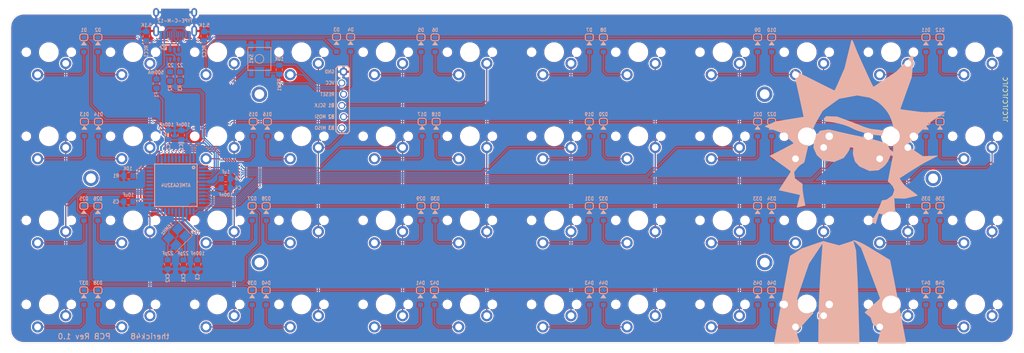
<source format=kicad_pcb>
(kicad_pcb (version 20171130) (host pcbnew "(5.1.2-1)-1")
  (layers (0 F.Cu signal) (31 B.Cu signal) (34 B.Paste user) (35 F.Paste user) (36 B.SilkS user) (37 F.SilkS user) (38 B.Mask user) (39 F.Mask user) (44 Edge.Cuts user))
  (net 0 "")
  (net 1 "Net-(D1-Pad2)")
  (net 2 "Net-(D2-Pad2)")
  (net 3 "Net-(D3-Pad2)")
  (net 4 "Net-(D4-Pad2)")
  (net 5 "Net-(D5-Pad2)")
  (net 6 "Net-(D6-Pad2)")
  (net 7 "Net-(D7-Pad2)")
  (net 8 "Net-(D8-Pad2)")
  (net 9 "Net-(D9-Pad2)")
  (net 10 "Net-(D10-Pad2)")
  (net 11 "Net-(D11-Pad2)")
  (net 12 "Net-(D12-Pad2)")
  (net 13 "Net-(D13-Pad2)")
  (net 14 "Net-(D14-Pad2)")
  (net 15 "Net-(D15-Pad2)")
  (net 16 "Net-(D16-Pad2)")
  (net 17 "Net-(D17-Pad2)")
  (net 18 "Net-(D18-Pad2)")
  (net 19 "Net-(D19-Pad2)")
  (net 20 "Net-(D20-Pad2)")
  (net 21 "Net-(D21-Pad2)")
  (net 22 "Net-(D22-Pad2)")
  (net 23 "Net-(D23-Pad2)")
  (net 24 "Net-(D24-Pad2)")
  (net 25 "Net-(D25-Pad2)")
  (net 26 "Net-(D26-Pad2)")
  (net 27 "Net-(D27-Pad2)")
  (net 28 "Net-(D28-Pad2)")
  (net 29 "Net-(D29-Pad2)")
  (net 30 "Net-(D30-Pad2)")
  (net 31 "Net-(D31-Pad2)")
  (net 32 "Net-(D32-Pad2)")
  (net 33 "Net-(D33-Pad2)")
  (net 34 "Net-(D34-Pad2)")
  (net 35 "Net-(D35-Pad2)")
  (net 36 "Net-(D36-Pad2)")
  (net 37 "Net-(D37-Pad2)")
  (net 38 "Net-(D38-Pad2)")
  (net 39 "Net-(D39-Pad2)")
  (net 40 "Net-(D40-Pad2)")
  (net 41 "Net-(D41-Pad2)")
  (net 42 "Net-(D42-Pad2)")
  (net 43 "Net-(D43-Pad2)")
  (net 44 "Net-(D44-Pad2)")
  (net 45 "Net-(D45-Pad2)")
  (net 46 "Net-(D46-Pad2)")
  (net 47 "Net-(D47-Pad2)")
  (net 48 "Net-(D48-Pad2)")
  (net 49 VCC)
  (net 50 "Net-(R3-Pad1)")
  (net 51 "Net-(C6-Pad1)")
  (net 52 XTAL1)
  (net 53 XTAL2)
  (net 54 row0)
  (net 55 row1)
  (net 56 row2)
  (net 57 row3)
  (net 58 D-)
  (net 59 D+)
  (net 60 col0)
  (net 61 col1)
  (net 62 col2)
  (net 63 col3)
  (net 64 col4)
  (net 65 col5)
  (net 66 col6)
  (net 67 col7)
  (net 68 col8)
  (net 69 col9)
  (net 70 col10)
  (net 71 col11)
  (net 72 "Net-(R1-Pad2)")
  (net 73 "Net-(R2-Pad1)")
  (net 74 VBUS)
  (net 75 D-BUS)
  (net 76 D+BUS)
  (net 77 "Net-(J1-PadB5)")
  (net 78 "Net-(J1-PadA5)")
  (net 79 ISP_Reset)
  (net 80 GND)
  (module Keeb_footprints:D_SOD-123_modified (layer B.Cu) (at 142.875 61.801375 270)
    (fp_text reference D18 (at -3.302 0 180) (layer B.SilkS) (effects (font (size 0.8 0.7)) (justify mirror)))
    (fp_text value D)
    (pad 2 smd roundrect (at 1.65 0 270) (size 1 1.2) (layers B.Cu B.Paste B.Mask) (net 18 "Net-(D18-Pad2)"))
    (pad 1 smd roundrect (at -1.65 0 270) (size 1 1.2) (layers B.Cu B.Paste B.Mask) (net 55 row1))
  )
  (module Crystal:Crystal_SMD_3225-4Pin_3.2x2.5mm_HandSoldering (layer B.Cu) (at 84.3375 86.225 225)
    (fp_text reference Y1 (at -3.937 -2.413) (layer B.SilkS) (effects (font (size 0.8 0.7)) (justify mirror)))
    (fp_text value 16MHz)
    (pad 4 smd rect (at -1.45 1.15 225) (size 2.1 1.8) (layers B.Cu B.Paste B.Mask) (net 80 GND))
    (pad 3 smd rect (at 1.45 1.15 225) (size 2.1 1.8) (layers B.Cu B.Paste B.Mask) (net 53 XTAL2))
    (pad 2 smd rect (at 1.45 -1.15 225) (size 2.1 1.8) (layers B.Cu B.Paste B.Mask) (net 80 GND))
    (pad 1 smd rect (at -1.45 -1.15 225) (size 2.1 1.8) (layers B.Cu B.Paste B.Mask) (net 52 XTAL1))
  )
  (module Keeb_footprints:PIN_HEADER_1x6_OFFSET (layer B.Cu) (at 121.7768 55.23 180)
    (fp_text reference J2)
    (fp_text value AVR-ISP-6 hide)
    (fp_text user "B3 MISO" (at 1.778 -6.35) (layer B.SilkS) (effects (font (size 0.8 0.7)) (justify left mirror)))
    (fp_text user "B2 MOSI" (at 1.7907 -3.81) (layer B.SilkS) (effects (font (size 0.8 0.7)) (justify left mirror)))
    (fp_text user "B1 SCLK" (at 1.7907 -1.2573) (layer B.SilkS) (effects (font (size 0.8 0.7)) (justify left mirror)))
    (fp_text user RESET (at 1.7907 1.2573) (layer B.SilkS) (effects (font (size 0.8 0.7)) (justify left mirror)))
    (fp_text user VCC (at 1.7907 3.8227) (layer B.SilkS) (effects (font (size 0.8 0.7)) (justify left mirror)))
    (fp_text user GND (at 1.7907 6.3627) (layer B.SilkS) (effects (font (size 0.8 0.7)) (justify left mirror)))
    (fp_text user B3 (at 1.778 -6.35) (layer B.SilkS) (effects (font (size 0.8 0.7)) (justify left mirror)))
    (fp_text user B2 (at 1.7907 -3.81) (layer B.SilkS) (effects (font (size 0.8 0.7)) (justify left mirror)))
    (fp_text user B1 (at 1.7907 -1.2573) (layer B.SilkS) (effects (font (size 0.8 0.7)) (justify left mirror)))
    (pad 1 thru_hole circle (at 0.2032 -6.35 180) (size 1.6002 1.6002) (drill 1.0668) (layers *.Cu *.Mask) (net 63 col3))
    (pad 4 thru_hole circle (at -0.2032 -3.81 180) (size 1.6002 1.6002) (drill 1.0668) (layers *.Cu *.Mask) (net 64 col4))
    (pad 3 thru_hole circle (at 0.2032 -1.27 180) (size 1.6002 1.6002) (drill 1.0668) (layers *.Cu *.Mask) (net 65 col5))
    (pad 5 thru_hole circle (at -0.2032 1.27 180) (size 1.6002 1.6002) (drill 1.0668) (layers *.Cu *.Mask) (net 79 ISP_Reset))
    (pad 2 thru_hole circle (at 0.2032 3.81 180) (size 1.6002 1.6002) (drill 1.0668) (layers *.Cu *.Mask) (net 49 VCC))
    (pad 6 thru_hole roundrect (at -0.2032 6.35 180) (size 1.6002 1.6002) (drill 1.0668) (layers *.Cu *.Mask) (net 80 GND))
  )
  (module Keeb_footprints:MX100 (layer F.Cu) (at 264.5054 101.4473)
    (fp_text reference K48)
    (fp_text value KEYSW)
    (pad 1 thru_hole circle (at 3.7846 2.5527 270) (size 2.54 2.54) (drill 1.525) (layers *.Cu *.Mask) (net 71 col11))
    (pad 2 thru_hole circle (at -2.5654 5.0927) (size 2.54 2.54) (drill 1.525) (layers *.Cu *.Mask) (net 48 "Net-(D48-Pad2)"))
    (pad "" np_thru_hole circle (at -5.1054 0.0127) (size 1.7018 1.7018) (drill 1.7018) (layers *.Cu *.Mask))
    (pad "" np_thru_hole circle (at 5.0546 0.0127) (size 1.7018 1.7018) (drill 1.7018) (layers *.Cu *.Mask))
    (pad "" np_thru_hole circle (at -0.0254 0.0127) (size 3.9878 3.9878) (drill 3.9878) (layers *.Cu *.Mask))
  )
  (module Keeb_footprints:MX100 (layer F.Cu) (at 245.5054 101.4473)
    (fp_text reference K47)
    (fp_text value KEYSW)
    (pad 1 thru_hole circle (at 3.7846 2.5527 270) (size 2.54 2.54) (drill 1.525) (layers *.Cu *.Mask) (net 70 col10))
    (pad 2 thru_hole circle (at -2.5654 5.0927) (size 2.54 2.54) (drill 1.525) (layers *.Cu *.Mask) (net 47 "Net-(D47-Pad2)"))
    (pad "" np_thru_hole circle (at -5.1054 0.0127) (size 1.7018 1.7018) (drill 1.7018) (layers *.Cu *.Mask))
    (pad "" np_thru_hole circle (at 5.0546 0.0127) (size 1.7018 1.7018) (drill 1.7018) (layers *.Cu *.Mask))
    (pad "" np_thru_hole circle (at -0.0254 0.0127) (size 3.9878 3.9878) (drill 3.9878) (layers *.Cu *.Mask))
  )
  (module Keeb_footprints:MX100 (layer F.Cu) (at 226.5054 101.4473)
    (fp_text reference K46)
    (fp_text value KEYSW)
    (pad 1 thru_hole circle (at 3.7846 2.5527 270) (size 2.54 2.54) (drill 1.525) (layers *.Cu *.Mask) (net 69 col9))
    (pad 2 thru_hole circle (at -2.5654 5.0927) (size 2.54 2.54) (drill 1.525) (layers *.Cu *.Mask) (net 46 "Net-(D46-Pad2)"))
    (pad "" np_thru_hole circle (at -5.1054 0.0127) (size 1.7018 1.7018) (drill 1.7018) (layers *.Cu *.Mask))
    (pad "" np_thru_hole circle (at 5.0546 0.0127) (size 1.7018 1.7018) (drill 1.7018) (layers *.Cu *.Mask))
    (pad "" np_thru_hole circle (at -0.0254 0.0127) (size 3.9878 3.9878) (drill 3.9878) (layers *.Cu *.Mask))
  )
  (module Keeb_footprints:MX100 (layer F.Cu) (at 207.5054 101.4473)
    (fp_text reference K45)
    (fp_text value KEYSW)
    (pad 1 thru_hole circle (at 3.7846 2.5527 270) (size 2.54 2.54) (drill 1.525) (layers *.Cu *.Mask) (net 68 col8))
    (pad 2 thru_hole circle (at -2.5654 5.0927) (size 2.54 2.54) (drill 1.525) (layers *.Cu *.Mask) (net 45 "Net-(D45-Pad2)"))
    (pad "" np_thru_hole circle (at -5.1054 0.0127) (size 1.7018 1.7018) (drill 1.7018) (layers *.Cu *.Mask))
    (pad "" np_thru_hole circle (at 5.0546 0.0127) (size 1.7018 1.7018) (drill 1.7018) (layers *.Cu *.Mask))
    (pad "" np_thru_hole circle (at -0.0254 0.0127) (size 3.9878 3.9878) (drill 3.9878) (layers *.Cu *.Mask))
  )
  (module Keeb_footprints:MX100 (layer F.Cu) (at 188.5054 101.4473)
    (fp_text reference K44)
    (fp_text value KEYSW)
    (pad 1 thru_hole circle (at 3.7846 2.5527 270) (size 2.54 2.54) (drill 1.525) (layers *.Cu *.Mask) (net 67 col7))
    (pad 2 thru_hole circle (at -2.5654 5.0927) (size 2.54 2.54) (drill 1.525) (layers *.Cu *.Mask) (net 44 "Net-(D44-Pad2)"))
    (pad "" np_thru_hole circle (at -5.1054 0.0127) (size 1.7018 1.7018) (drill 1.7018) (layers *.Cu *.Mask))
    (pad "" np_thru_hole circle (at 5.0546 0.0127) (size 1.7018 1.7018) (drill 1.7018) (layers *.Cu *.Mask))
    (pad "" np_thru_hole circle (at -0.0254 0.0127) (size 3.9878 3.9878) (drill 3.9878) (layers *.Cu *.Mask))
  )
  (module Keeb_footprints:MX100 (layer F.Cu) (at 169.5054 101.4473)
    (fp_text reference K43)
    (fp_text value KEYSW)
    (pad 1 thru_hole circle (at 3.7846 2.5527 270) (size 2.54 2.54) (drill 1.525) (layers *.Cu *.Mask) (net 66 col6))
    (pad 2 thru_hole circle (at -2.5654 5.0927) (size 2.54 2.54) (drill 1.525) (layers *.Cu *.Mask) (net 43 "Net-(D43-Pad2)"))
    (pad "" np_thru_hole circle (at -5.1054 0.0127) (size 1.7018 1.7018) (drill 1.7018) (layers *.Cu *.Mask))
    (pad "" np_thru_hole circle (at 5.0546 0.0127) (size 1.7018 1.7018) (drill 1.7018) (layers *.Cu *.Mask))
    (pad "" np_thru_hole circle (at -0.0254 0.0127) (size 3.9878 3.9878) (drill 3.9878) (layers *.Cu *.Mask))
  )
  (module Keeb_footprints:MX100 (layer F.Cu) (at 150.5054 101.4473)
    (fp_text reference K42)
    (fp_text value KEYSW)
    (pad 1 thru_hole circle (at 3.7846 2.5527 270) (size 2.54 2.54) (drill 1.525) (layers *.Cu *.Mask) (net 65 col5))
    (pad 2 thru_hole circle (at -2.5654 5.0927) (size 2.54 2.54) (drill 1.525) (layers *.Cu *.Mask) (net 42 "Net-(D42-Pad2)"))
    (pad "" np_thru_hole circle (at -5.1054 0.0127) (size 1.7018 1.7018) (drill 1.7018) (layers *.Cu *.Mask))
    (pad "" np_thru_hole circle (at 5.0546 0.0127) (size 1.7018 1.7018) (drill 1.7018) (layers *.Cu *.Mask))
    (pad "" np_thru_hole circle (at -0.0254 0.0127) (size 3.9878 3.9878) (drill 3.9878) (layers *.Cu *.Mask))
  )
  (module Keeb_footprints:MX100 (layer F.Cu) (at 131.5054 101.4473)
    (fp_text reference K41)
    (fp_text value KEYSW)
    (pad 1 thru_hole circle (at 3.7846 2.5527 270) (size 2.54 2.54) (drill 1.525) (layers *.Cu *.Mask) (net 64 col4))
    (pad 2 thru_hole circle (at -2.5654 5.0927) (size 2.54 2.54) (drill 1.525) (layers *.Cu *.Mask) (net 41 "Net-(D41-Pad2)"))
    (pad "" np_thru_hole circle (at -5.1054 0.0127) (size 1.7018 1.7018) (drill 1.7018) (layers *.Cu *.Mask))
    (pad "" np_thru_hole circle (at 5.0546 0.0127) (size 1.7018 1.7018) (drill 1.7018) (layers *.Cu *.Mask))
    (pad "" np_thru_hole circle (at -0.0254 0.0127) (size 3.9878 3.9878) (drill 3.9878) (layers *.Cu *.Mask))
  )
  (module Keeb_footprints:MX100 (layer F.Cu) (at 112.5054 101.4473)
    (fp_text reference K40)
    (fp_text value KEYSW)
    (pad 1 thru_hole circle (at 3.7846 2.5527 270) (size 2.54 2.54) (drill 1.525) (layers *.Cu *.Mask) (net 63 col3))
    (pad 2 thru_hole circle (at -2.5654 5.0927) (size 2.54 2.54) (drill 1.525) (layers *.Cu *.Mask) (net 40 "Net-(D40-Pad2)"))
    (pad "" np_thru_hole circle (at -5.1054 0.0127) (size 1.7018 1.7018) (drill 1.7018) (layers *.Cu *.Mask))
    (pad "" np_thru_hole circle (at 5.0546 0.0127) (size 1.7018 1.7018) (drill 1.7018) (layers *.Cu *.Mask))
    (pad "" np_thru_hole circle (at -0.0254 0.0127) (size 3.9878 3.9878) (drill 3.9878) (layers *.Cu *.Mask))
  )
  (module Keeb_footprints:MX100 (layer F.Cu) (at 93.5054 101.4473)
    (fp_text reference K39)
    (fp_text value KEYSW)
    (pad 1 thru_hole circle (at 3.7846 2.5527 270) (size 2.54 2.54) (drill 1.525) (layers *.Cu *.Mask) (net 62 col2))
    (pad 2 thru_hole circle (at -2.5654 5.0927) (size 2.54 2.54) (drill 1.525) (layers *.Cu *.Mask) (net 39 "Net-(D39-Pad2)"))
    (pad "" np_thru_hole circle (at -5.1054 0.0127) (size 1.7018 1.7018) (drill 1.7018) (layers *.Cu *.Mask))
    (pad "" np_thru_hole circle (at 5.0546 0.0127) (size 1.7018 1.7018) (drill 1.7018) (layers *.Cu *.Mask))
    (pad "" np_thru_hole circle (at -0.0254 0.0127) (size 3.9878 3.9878) (drill 3.9878) (layers *.Cu *.Mask))
  )
  (module Keeb_footprints:MX100 (layer F.Cu) (at 74.5054 101.4473)
    (fp_text reference K38)
    (fp_text value KEYSW)
    (pad 1 thru_hole circle (at 3.7846 2.5527 270) (size 2.54 2.54) (drill 1.525) (layers *.Cu *.Mask) (net 61 col1))
    (pad 2 thru_hole circle (at -2.5654 5.0927) (size 2.54 2.54) (drill 1.525) (layers *.Cu *.Mask) (net 38 "Net-(D38-Pad2)"))
    (pad "" np_thru_hole circle (at -5.1054 0.0127) (size 1.7018 1.7018) (drill 1.7018) (layers *.Cu *.Mask))
    (pad "" np_thru_hole circle (at 5.0546 0.0127) (size 1.7018 1.7018) (drill 1.7018) (layers *.Cu *.Mask))
    (pad "" np_thru_hole circle (at -0.0254 0.0127) (size 3.9878 3.9878) (drill 3.9878) (layers *.Cu *.Mask))
  )
  (module Keeb_footprints:MX100 (layer F.Cu) (at 55.5054 101.4473)
    (fp_text reference K37)
    (fp_text value KEYSW)
    (pad 1 thru_hole circle (at 3.7846 2.5527 270) (size 2.54 2.54) (drill 1.525) (layers *.Cu *.Mask) (net 60 col0))
    (pad 2 thru_hole circle (at -2.5654 5.0927) (size 2.54 2.54) (drill 1.525) (layers *.Cu *.Mask) (net 37 "Net-(D37-Pad2)"))
    (pad "" np_thru_hole circle (at -5.1054 0.0127) (size 1.7018 1.7018) (drill 1.7018) (layers *.Cu *.Mask))
    (pad "" np_thru_hole circle (at 5.0546 0.0127) (size 1.7018 1.7018) (drill 1.7018) (layers *.Cu *.Mask))
    (pad "" np_thru_hole circle (at -0.0254 0.0127) (size 3.9878 3.9878) (drill 3.9878) (layers *.Cu *.Mask))
  )
  (module Keeb_footprints:MX100 (layer F.Cu) (at 264.5054 82.4473)
    (fp_text reference K36)
    (fp_text value KEYSW)
    (pad 1 thru_hole circle (at 3.7846 2.5527 270) (size 2.54 2.54) (drill 1.525) (layers *.Cu *.Mask) (net 71 col11))
    (pad 2 thru_hole circle (at -2.5654 5.0927) (size 2.54 2.54) (drill 1.525) (layers *.Cu *.Mask) (net 36 "Net-(D36-Pad2)"))
    (pad "" np_thru_hole circle (at -5.1054 0.0127) (size 1.7018 1.7018) (drill 1.7018) (layers *.Cu *.Mask))
    (pad "" np_thru_hole circle (at 5.0546 0.0127) (size 1.7018 1.7018) (drill 1.7018) (layers *.Cu *.Mask))
    (pad "" np_thru_hole circle (at -0.0254 0.0127) (size 3.9878 3.9878) (drill 3.9878) (layers *.Cu *.Mask))
  )
  (module Keeb_footprints:MX100 (layer F.Cu) (at 245.5054 82.4473)
    (fp_text reference K35)
    (fp_text value KEYSW)
    (pad 1 thru_hole circle (at 3.7846 2.5527 270) (size 2.54 2.54) (drill 1.525) (layers *.Cu *.Mask) (net 70 col10))
    (pad 2 thru_hole circle (at -2.5654 5.0927) (size 2.54 2.54) (drill 1.525) (layers *.Cu *.Mask) (net 35 "Net-(D35-Pad2)"))
    (pad "" np_thru_hole circle (at -5.1054 0.0127) (size 1.7018 1.7018) (drill 1.7018) (layers *.Cu *.Mask))
    (pad "" np_thru_hole circle (at 5.0546 0.0127) (size 1.7018 1.7018) (drill 1.7018) (layers *.Cu *.Mask))
    (pad "" np_thru_hole circle (at -0.0254 0.0127) (size 3.9878 3.9878) (drill 3.9878) (layers *.Cu *.Mask))
  )
  (module Keeb_footprints:MX100 (layer F.Cu) (at 226.5054 82.4473)
    (fp_text reference K34)
    (fp_text value KEYSW)
    (pad 1 thru_hole circle (at 3.7846 2.5527 270) (size 2.54 2.54) (drill 1.525) (layers *.Cu *.Mask) (net 69 col9))
    (pad 2 thru_hole circle (at -2.5654 5.0927) (size 2.54 2.54) (drill 1.525) (layers *.Cu *.Mask) (net 34 "Net-(D34-Pad2)"))
    (pad "" np_thru_hole circle (at -5.1054 0.0127) (size 1.7018 1.7018) (drill 1.7018) (layers *.Cu *.Mask))
    (pad "" np_thru_hole circle (at 5.0546 0.0127) (size 1.7018 1.7018) (drill 1.7018) (layers *.Cu *.Mask))
    (pad "" np_thru_hole circle (at -0.0254 0.0127) (size 3.9878 3.9878) (drill 3.9878) (layers *.Cu *.Mask))
  )
  (module Keeb_footprints:MX100 (layer F.Cu) (at 207.5054 82.4473)
    (fp_text reference K33)
    (fp_text value KEYSW)
    (pad 1 thru_hole circle (at 3.7846 2.5527 270) (size 2.54 2.54) (drill 1.525) (layers *.Cu *.Mask) (net 68 col8))
    (pad 2 thru_hole circle (at -2.5654 5.0927) (size 2.54 2.54) (drill 1.525) (layers *.Cu *.Mask) (net 33 "Net-(D33-Pad2)"))
    (pad "" np_thru_hole circle (at -5.1054 0.0127) (size 1.7018 1.7018) (drill 1.7018) (layers *.Cu *.Mask))
    (pad "" np_thru_hole circle (at 5.0546 0.0127) (size 1.7018 1.7018) (drill 1.7018) (layers *.Cu *.Mask))
    (pad "" np_thru_hole circle (at -0.0254 0.0127) (size 3.9878 3.9878) (drill 3.9878) (layers *.Cu *.Mask))
  )
  (module Keeb_footprints:MX100 (layer F.Cu) (at 188.5054 82.4473)
    (fp_text reference K32)
    (fp_text value KEYSW)
    (pad 1 thru_hole circle (at 3.7846 2.5527 270) (size 2.54 2.54) (drill 1.525) (layers *.Cu *.Mask) (net 67 col7))
    (pad 2 thru_hole circle (at -2.5654 5.0927) (size 2.54 2.54) (drill 1.525) (layers *.Cu *.Mask) (net 32 "Net-(D32-Pad2)"))
    (pad "" np_thru_hole circle (at -5.1054 0.0127) (size 1.7018 1.7018) (drill 1.7018) (layers *.Cu *.Mask))
    (pad "" np_thru_hole circle (at 5.0546 0.0127) (size 1.7018 1.7018) (drill 1.7018) (layers *.Cu *.Mask))
    (pad "" np_thru_hole circle (at -0.0254 0.0127) (size 3.9878 3.9878) (drill 3.9878) (layers *.Cu *.Mask))
  )
  (module Keeb_footprints:MX100 (layer F.Cu) (at 169.5054 82.4473)
    (fp_text reference K31)
    (fp_text value KEYSW)
    (pad 1 thru_hole circle (at 3.7846 2.5527 270) (size 2.54 2.54) (drill 1.525) (layers *.Cu *.Mask) (net 66 col6))
    (pad 2 thru_hole circle (at -2.5654 5.0927) (size 2.54 2.54) (drill 1.525) (layers *.Cu *.Mask) (net 31 "Net-(D31-Pad2)"))
    (pad "" np_thru_hole circle (at -5.1054 0.0127) (size 1.7018 1.7018) (drill 1.7018) (layers *.Cu *.Mask))
    (pad "" np_thru_hole circle (at 5.0546 0.0127) (size 1.7018 1.7018) (drill 1.7018) (layers *.Cu *.Mask))
    (pad "" np_thru_hole circle (at -0.0254 0.0127) (size 3.9878 3.9878) (drill 3.9878) (layers *.Cu *.Mask))
  )
  (module Keeb_footprints:MX100 (layer F.Cu) (at 150.5054 82.4473)
    (fp_text reference K30)
    (fp_text value KEYSW)
    (pad 1 thru_hole circle (at 3.7846 2.5527 270) (size 2.54 2.54) (drill 1.525) (layers *.Cu *.Mask) (net 65 col5))
    (pad 2 thru_hole circle (at -2.5654 5.0927) (size 2.54 2.54) (drill 1.525) (layers *.Cu *.Mask) (net 30 "Net-(D30-Pad2)"))
    (pad "" np_thru_hole circle (at -5.1054 0.0127) (size 1.7018 1.7018) (drill 1.7018) (layers *.Cu *.Mask))
    (pad "" np_thru_hole circle (at 5.0546 0.0127) (size 1.7018 1.7018) (drill 1.7018) (layers *.Cu *.Mask))
    (pad "" np_thru_hole circle (at -0.0254 0.0127) (size 3.9878 3.9878) (drill 3.9878) (layers *.Cu *.Mask))
  )
  (module Keeb_footprints:MX100 (layer F.Cu) (at 131.5054 82.4473)
    (fp_text reference K29)
    (fp_text value KEYSW)
    (pad 1 thru_hole circle (at 3.7846 2.5527 270) (size 2.54 2.54) (drill 1.525) (layers *.Cu *.Mask) (net 64 col4))
    (pad 2 thru_hole circle (at -2.5654 5.0927) (size 2.54 2.54) (drill 1.525) (layers *.Cu *.Mask) (net 29 "Net-(D29-Pad2)"))
    (pad "" np_thru_hole circle (at -5.1054 0.0127) (size 1.7018 1.7018) (drill 1.7018) (layers *.Cu *.Mask))
    (pad "" np_thru_hole circle (at 5.0546 0.0127) (size 1.7018 1.7018) (drill 1.7018) (layers *.Cu *.Mask))
    (pad "" np_thru_hole circle (at -0.0254 0.0127) (size 3.9878 3.9878) (drill 3.9878) (layers *.Cu *.Mask))
  )
  (module Keeb_footprints:MX100 (layer F.Cu) (at 112.5054 82.4473)
    (fp_text reference K28)
    (fp_text value KEYSW)
    (pad 1 thru_hole circle (at 3.7846 2.5527 270) (size 2.54 2.54) (drill 1.525) (layers *.Cu *.Mask) (net 63 col3))
    (pad 2 thru_hole circle (at -2.5654 5.0927) (size 2.54 2.54) (drill 1.525) (layers *.Cu *.Mask) (net 28 "Net-(D28-Pad2)"))
    (pad "" np_thru_hole circle (at -5.1054 0.0127) (size 1.7018 1.7018) (drill 1.7018) (layers *.Cu *.Mask))
    (pad "" np_thru_hole circle (at 5.0546 0.0127) (size 1.7018 1.7018) (drill 1.7018) (layers *.Cu *.Mask))
    (pad "" np_thru_hole circle (at -0.0254 0.0127) (size 3.9878 3.9878) (drill 3.9878) (layers *.Cu *.Mask))
  )
  (module Keeb_footprints:MX100 (layer F.Cu) (at 93.5054 82.4473)
    (fp_text reference K27)
    (fp_text value KEYSW)
    (pad 1 thru_hole circle (at 3.7846 2.5527 270) (size 2.54 2.54) (drill 1.525) (layers *.Cu *.Mask) (net 62 col2))
    (pad 2 thru_hole circle (at -2.5654 5.0927) (size 2.54 2.54) (drill 1.525) (layers *.Cu *.Mask) (net 27 "Net-(D27-Pad2)"))
    (pad "" np_thru_hole circle (at -5.1054 0.0127) (size 1.7018 1.7018) (drill 1.7018) (layers *.Cu *.Mask))
    (pad "" np_thru_hole circle (at 5.0546 0.0127) (size 1.7018 1.7018) (drill 1.7018) (layers *.Cu *.Mask))
    (pad "" np_thru_hole circle (at -0.0254 0.0127) (size 3.9878 3.9878) (drill 3.9878) (layers *.Cu *.Mask))
  )
  (module Keeb_footprints:MX100 (layer F.Cu) (at 74.5054 82.4473)
    (fp_text reference K26)
    (fp_text value KEYSW)
    (pad 1 thru_hole circle (at 3.7846 2.5527 270) (size 2.54 2.54) (drill 1.525) (layers *.Cu *.Mask) (net 61 col1))
    (pad 2 thru_hole circle (at -2.5654 5.0927) (size 2.54 2.54) (drill 1.525) (layers *.Cu *.Mask) (net 26 "Net-(D26-Pad2)"))
    (pad "" np_thru_hole circle (at -5.1054 0.0127) (size 1.7018 1.7018) (drill 1.7018) (layers *.Cu *.Mask))
    (pad "" np_thru_hole circle (at 5.0546 0.0127) (size 1.7018 1.7018) (drill 1.7018) (layers *.Cu *.Mask))
    (pad "" np_thru_hole circle (at -0.0254 0.0127) (size 3.9878 3.9878) (drill 3.9878) (layers *.Cu *.Mask))
  )
  (module Keeb_footprints:MX100 (layer F.Cu) (at 55.5054 82.4473)
    (fp_text reference K25)
    (fp_text value KEYSW)
    (pad 1 thru_hole circle (at 3.7846 2.5527 270) (size 2.54 2.54) (drill 1.525) (layers *.Cu *.Mask) (net 60 col0))
    (pad 2 thru_hole circle (at -2.5654 5.0927) (size 2.54 2.54) (drill 1.525) (layers *.Cu *.Mask) (net 25 "Net-(D25-Pad2)"))
    (pad "" np_thru_hole circle (at -5.1054 0.0127) (size 1.7018 1.7018) (drill 1.7018) (layers *.Cu *.Mask))
    (pad "" np_thru_hole circle (at 5.0546 0.0127) (size 1.7018 1.7018) (drill 1.7018) (layers *.Cu *.Mask))
    (pad "" np_thru_hole circle (at -0.0254 0.0127) (size 3.9878 3.9878) (drill 3.9878) (layers *.Cu *.Mask))
  )
  (module Keeb_footprints:MX100 (layer F.Cu) (at 264.5054 63.4473)
    (fp_text reference K24)
    (fp_text value KEYSW)
    (pad 1 thru_hole circle (at 3.7846 2.5527 270) (size 2.54 2.54) (drill 1.525) (layers *.Cu *.Mask) (net 71 col11))
    (pad 2 thru_hole circle (at -2.5654 5.0927) (size 2.54 2.54) (drill 1.525) (layers *.Cu *.Mask) (net 24 "Net-(D24-Pad2)"))
    (pad "" np_thru_hole circle (at -5.1054 0.0127) (size 1.7018 1.7018) (drill 1.7018) (layers *.Cu *.Mask))
    (pad "" np_thru_hole circle (at 5.0546 0.0127) (size 1.7018 1.7018) (drill 1.7018) (layers *.Cu *.Mask))
    (pad "" np_thru_hole circle (at -0.0254 0.0127) (size 3.9878 3.9878) (drill 3.9878) (layers *.Cu *.Mask))
  )
  (module Keeb_footprints:MX100 (layer F.Cu) (at 245.5054 63.4473)
    (fp_text reference K23)
    (fp_text value KEYSW)
    (pad 1 thru_hole circle (at 3.7846 2.5527 270) (size 2.54 2.54) (drill 1.525) (layers *.Cu *.Mask) (net 70 col10))
    (pad 2 thru_hole circle (at -2.5654 5.0927) (size 2.54 2.54) (drill 1.525) (layers *.Cu *.Mask) (net 23 "Net-(D23-Pad2)"))
    (pad "" np_thru_hole circle (at -5.1054 0.0127) (size 1.7018 1.7018) (drill 1.7018) (layers *.Cu *.Mask))
    (pad "" np_thru_hole circle (at 5.0546 0.0127) (size 1.7018 1.7018) (drill 1.7018) (layers *.Cu *.Mask))
    (pad "" np_thru_hole circle (at -0.0254 0.0127) (size 3.9878 3.9878) (drill 3.9878) (layers *.Cu *.Mask))
  )
  (module Keeb_footprints:MX100 (layer F.Cu) (at 226.5054 63.4473)
    (fp_text reference K22)
    (fp_text value KEYSW)
    (pad 1 thru_hole circle (at 3.7846 2.5527 270) (size 2.54 2.54) (drill 1.525) (layers *.Cu *.Mask) (net 69 col9))
    (pad 2 thru_hole circle (at -2.5654 5.0927) (size 2.54 2.54) (drill 1.525) (layers *.Cu *.Mask) (net 22 "Net-(D22-Pad2)"))
    (pad "" np_thru_hole circle (at -5.1054 0.0127) (size 1.7018 1.7018) (drill 1.7018) (layers *.Cu *.Mask))
    (pad "" np_thru_hole circle (at 5.0546 0.0127) (size 1.7018 1.7018) (drill 1.7018) (layers *.Cu *.Mask))
    (pad "" np_thru_hole circle (at -0.0254 0.0127) (size 3.9878 3.9878) (drill 3.9878) (layers *.Cu *.Mask))
  )
  (module Keeb_footprints:MX100 (layer F.Cu) (at 207.5054 63.4473)
    (fp_text reference K21)
    (fp_text value KEYSW)
    (pad 1 thru_hole circle (at 3.7846 2.5527 270) (size 2.54 2.54) (drill 1.525) (layers *.Cu *.Mask) (net 68 col8))
    (pad 2 thru_hole circle (at -2.5654 5.0927) (size 2.54 2.54) (drill 1.525) (layers *.Cu *.Mask) (net 21 "Net-(D21-Pad2)"))
    (pad "" np_thru_hole circle (at -5.1054 0.0127) (size 1.7018 1.7018) (drill 1.7018) (layers *.Cu *.Mask))
    (pad "" np_thru_hole circle (at 5.0546 0.0127) (size 1.7018 1.7018) (drill 1.7018) (layers *.Cu *.Mask))
    (pad "" np_thru_hole circle (at -0.0254 0.0127) (size 3.9878 3.9878) (drill 3.9878) (layers *.Cu *.Mask))
  )
  (module Keeb_footprints:MX100 (layer F.Cu) (at 188.5054 63.4473)
    (fp_text reference K20)
    (fp_text value KEYSW)
    (pad 1 thru_hole circle (at 3.7846 2.5527 270) (size 2.54 2.54) (drill 1.525) (layers *.Cu *.Mask) (net 67 col7))
    (pad 2 thru_hole circle (at -2.5654 5.0927) (size 2.54 2.54) (drill 1.525) (layers *.Cu *.Mask) (net 20 "Net-(D20-Pad2)"))
    (pad "" np_thru_hole circle (at -5.1054 0.0127) (size 1.7018 1.7018) (drill 1.7018) (layers *.Cu *.Mask))
    (pad "" np_thru_hole circle (at 5.0546 0.0127) (size 1.7018 1.7018) (drill 1.7018) (layers *.Cu *.Mask))
    (pad "" np_thru_hole circle (at -0.0254 0.0127) (size 3.9878 3.9878) (drill 3.9878) (layers *.Cu *.Mask))
  )
  (module Keeb_footprints:MX100 (layer F.Cu) (at 169.5054 63.4473)
    (fp_text reference K19)
    (fp_text value KEYSW)
    (pad 1 thru_hole circle (at 3.7846 2.5527 270) (size 2.54 2.54) (drill 1.525) (layers *.Cu *.Mask) (net 66 col6))
    (pad 2 thru_hole circle (at -2.5654 5.0927) (size 2.54 2.54) (drill 1.525) (layers *.Cu *.Mask) (net 19 "Net-(D19-Pad2)"))
    (pad "" np_thru_hole circle (at -5.1054 0.0127) (size 1.7018 1.7018) (drill 1.7018) (layers *.Cu *.Mask))
    (pad "" np_thru_hole circle (at 5.0546 0.0127) (size 1.7018 1.7018) (drill 1.7018) (layers *.Cu *.Mask))
    (pad "" np_thru_hole circle (at -0.0254 0.0127) (size 3.9878 3.9878) (drill 3.9878) (layers *.Cu *.Mask))
  )
  (module Keeb_footprints:MX100 (layer F.Cu) (at 150.5054 63.4473)
    (fp_text reference K18)
    (fp_text value KEYSW)
    (pad 1 thru_hole circle (at 3.7846 2.5527 270) (size 2.54 2.54) (drill 1.525) (layers *.Cu *.Mask) (net 65 col5))
    (pad 2 thru_hole circle (at -2.5654 5.0927) (size 2.54 2.54) (drill 1.525) (layers *.Cu *.Mask) (net 18 "Net-(D18-Pad2)"))
    (pad "" np_thru_hole circle (at -5.1054 0.0127) (size 1.7018 1.7018) (drill 1.7018) (layers *.Cu *.Mask))
    (pad "" np_thru_hole circle (at 5.0546 0.0127) (size 1.7018 1.7018) (drill 1.7018) (layers *.Cu *.Mask))
    (pad "" np_thru_hole circle (at -0.0254 0.0127) (size 3.9878 3.9878) (drill 3.9878) (layers *.Cu *.Mask))
  )
  (module Keeb_footprints:MX100 (layer F.Cu) (at 131.5054 63.4473)
    (fp_text reference K17)
    (fp_text value KEYSW)
    (pad 1 thru_hole circle (at 3.7846 2.5527 270) (size 2.54 2.54) (drill 1.525) (layers *.Cu *.Mask) (net 64 col4))
    (pad 2 thru_hole circle (at -2.5654 5.0927) (size 2.54 2.54) (drill 1.525) (layers *.Cu *.Mask) (net 17 "Net-(D17-Pad2)"))
    (pad "" np_thru_hole circle (at -5.1054 0.0127) (size 1.7018 1.7018) (drill 1.7018) (layers *.Cu *.Mask))
    (pad "" np_thru_hole circle (at 5.0546 0.0127) (size 1.7018 1.7018) (drill 1.7018) (layers *.Cu *.Mask))
    (pad "" np_thru_hole circle (at -0.0254 0.0127) (size 3.9878 3.9878) (drill 3.9878) (layers *.Cu *.Mask))
  )
  (module Keeb_footprints:MX100 (layer F.Cu) (at 112.5054 63.4473)
    (fp_text reference K16)
    (fp_text value KEYSW)
    (pad 1 thru_hole circle (at 3.7846 2.5527 270) (size 2.54 2.54) (drill 1.525) (layers *.Cu *.Mask) (net 63 col3))
    (pad 2 thru_hole circle (at -2.5654 5.0927) (size 2.54 2.54) (drill 1.525) (layers *.Cu *.Mask) (net 16 "Net-(D16-Pad2)"))
    (pad "" np_thru_hole circle (at -5.1054 0.0127) (size 1.7018 1.7018) (drill 1.7018) (layers *.Cu *.Mask))
    (pad "" np_thru_hole circle (at 5.0546 0.0127) (size 1.7018 1.7018) (drill 1.7018) (layers *.Cu *.Mask))
    (pad "" np_thru_hole circle (at -0.0254 0.0127) (size 3.9878 3.9878) (drill 3.9878) (layers *.Cu *.Mask))
  )
  (module Keeb_footprints:MX100 (layer F.Cu) (at 93.5054 63.4473)
    (fp_text reference K15)
    (fp_text value KEYSW)
    (pad 1 thru_hole circle (at 3.7846 2.5527 270) (size 2.54 2.54) (drill 1.525) (layers *.Cu *.Mask) (net 62 col2))
    (pad 2 thru_hole circle (at -2.5654 5.0927) (size 2.54 2.54) (drill 1.525) (layers *.Cu *.Mask) (net 15 "Net-(D15-Pad2)"))
    (pad "" np_thru_hole circle (at -5.1054 0.0127) (size 1.7018 1.7018) (drill 1.7018) (layers *.Cu *.Mask))
    (pad "" np_thru_hole circle (at 5.0546 0.0127) (size 1.7018 1.7018) (drill 1.7018) (layers *.Cu *.Mask))
    (pad "" np_thru_hole circle (at -0.0254 0.0127) (size 3.9878 3.9878) (drill 3.9878) (layers *.Cu *.Mask))
  )
  (module Keeb_footprints:MX100 (layer F.Cu) (at 74.5054 63.4473)
    (fp_text reference K14)
    (fp_text value KEYSW)
    (pad 1 thru_hole circle (at 3.7846 2.5527 270) (size 2.54 2.54) (drill 1.525) (layers *.Cu *.Mask) (net 61 col1))
    (pad 2 thru_hole circle (at -2.5654 5.0927) (size 2.54 2.54) (drill 1.525) (layers *.Cu *.Mask) (net 14 "Net-(D14-Pad2)"))
    (pad "" np_thru_hole circle (at -5.1054 0.0127) (size 1.7018 1.7018) (drill 1.7018) (layers *.Cu *.Mask))
    (pad "" np_thru_hole circle (at 5.0546 0.0127) (size 1.7018 1.7018) (drill 1.7018) (layers *.Cu *.Mask))
    (pad "" np_thru_hole circle (at -0.0254 0.0127) (size 3.9878 3.9878) (drill 3.9878) (layers *.Cu *.Mask))
  )
  (module Keeb_footprints:MX100 (layer F.Cu) (at 55.5054 63.4473)
    (fp_text reference K13)
    (fp_text value KEYSW)
    (pad 1 thru_hole circle (at 3.7846 2.5527 270) (size 2.54 2.54) (drill 1.525) (layers *.Cu *.Mask) (net 60 col0))
    (pad 2 thru_hole circle (at -2.5654 5.0927) (size 2.54 2.54) (drill 1.525) (layers *.Cu *.Mask) (net 13 "Net-(D13-Pad2)"))
    (pad "" np_thru_hole circle (at -5.1054 0.0127) (size 1.7018 1.7018) (drill 1.7018) (layers *.Cu *.Mask))
    (pad "" np_thru_hole circle (at 5.0546 0.0127) (size 1.7018 1.7018) (drill 1.7018) (layers *.Cu *.Mask))
    (pad "" np_thru_hole circle (at -0.0254 0.0127) (size 3.9878 3.9878) (drill 3.9878) (layers *.Cu *.Mask))
  )
  (module Keeb_footprints:MX100 (layer F.Cu) (at 264.5054 44.4473)
    (fp_text reference K12)
    (fp_text value KEYSW)
    (pad 1 thru_hole circle (at 3.7846 2.5527 270) (size 2.54 2.54) (drill 1.525) (layers *.Cu *.Mask) (net 71 col11))
    (pad 2 thru_hole circle (at -2.5654 5.0927) (size 2.54 2.54) (drill 1.525) (layers *.Cu *.Mask) (net 12 "Net-(D12-Pad2)"))
    (pad "" np_thru_hole circle (at -5.1054 0.0127) (size 1.7018 1.7018) (drill 1.7018) (layers *.Cu *.Mask))
    (pad "" np_thru_hole circle (at 5.0546 0.0127) (size 1.7018 1.7018) (drill 1.7018) (layers *.Cu *.Mask))
    (pad "" np_thru_hole circle (at -0.0254 0.0127) (size 3.9878 3.9878) (drill 3.9878) (layers *.Cu *.Mask))
  )
  (module Keeb_footprints:MX100 (layer F.Cu) (at 245.5054 44.45)
    (fp_text reference K11)
    (fp_text value KEYSW)
    (pad 1 thru_hole circle (at 3.7846 2.5527 270) (size 2.54 2.54) (drill 1.525) (layers *.Cu *.Mask) (net 70 col10))
    (pad 2 thru_hole circle (at -2.5654 5.0927) (size 2.54 2.54) (drill 1.525) (layers *.Cu *.Mask) (net 11 "Net-(D11-Pad2)"))
    (pad "" np_thru_hole circle (at -5.1054 0.0127) (size 1.7018 1.7018) (drill 1.7018) (layers *.Cu *.Mask))
    (pad "" np_thru_hole circle (at 5.0546 0.0127) (size 1.7018 1.7018) (drill 1.7018) (layers *.Cu *.Mask))
    (pad "" np_thru_hole circle (at -0.0254 0.0127) (size 3.9878 3.9878) (drill 3.9878) (layers *.Cu *.Mask))
  )
  (module Keeb_footprints:MX100 (layer F.Cu) (at 226.5054 44.45)
    (fp_text reference K10)
    (fp_text value KEYSW)
    (pad 1 thru_hole circle (at 3.7846 2.5527 270) (size 2.54 2.54) (drill 1.525) (layers *.Cu *.Mask) (net 69 col9))
    (pad 2 thru_hole circle (at -2.5654 5.0927) (size 2.54 2.54) (drill 1.525) (layers *.Cu *.Mask) (net 10 "Net-(D10-Pad2)"))
    (pad "" np_thru_hole circle (at -5.1054 0.0127) (size 1.7018 1.7018) (drill 1.7018) (layers *.Cu *.Mask))
    (pad "" np_thru_hole circle (at 5.0546 0.0127) (size 1.7018 1.7018) (drill 1.7018) (layers *.Cu *.Mask))
    (pad "" np_thru_hole circle (at -0.0254 0.0127) (size 3.9878 3.9878) (drill 3.9878) (layers *.Cu *.Mask))
  )
  (module Keeb_footprints:MX100 (layer F.Cu) (at 207.5054 44.4473)
    (fp_text reference K9)
    (fp_text value KEYSW)
    (pad 1 thru_hole circle (at 3.7846 2.5527 270) (size 2.54 2.54) (drill 1.525) (layers *.Cu *.Mask) (net 68 col8))
    (pad 2 thru_hole circle (at -2.5654 5.0927) (size 2.54 2.54) (drill 1.525) (layers *.Cu *.Mask) (net 9 "Net-(D9-Pad2)"))
    (pad "" np_thru_hole circle (at -5.1054 0.0127) (size 1.7018 1.7018) (drill 1.7018) (layers *.Cu *.Mask))
    (pad "" np_thru_hole circle (at 5.0546 0.0127) (size 1.7018 1.7018) (drill 1.7018) (layers *.Cu *.Mask))
    (pad "" np_thru_hole circle (at -0.0254 0.0127) (size 3.9878 3.9878) (drill 3.9878) (layers *.Cu *.Mask))
  )
  (module Keeb_footprints:MX100 (layer F.Cu) (at 188.5054 44.4473)
    (fp_text reference K8)
    (fp_text value KEYSW)
    (pad 1 thru_hole circle (at 3.7846 2.5527 270) (size 2.54 2.54) (drill 1.525) (layers *.Cu *.Mask) (net 67 col7))
    (pad 2 thru_hole circle (at -2.5654 5.0927) (size 2.54 2.54) (drill 1.525) (layers *.Cu *.Mask) (net 8 "Net-(D8-Pad2)"))
    (pad "" np_thru_hole circle (at -5.1054 0.0127) (size 1.7018 1.7018) (drill 1.7018) (layers *.Cu *.Mask))
    (pad "" np_thru_hole circle (at 5.0546 0.0127) (size 1.7018 1.7018) (drill 1.7018) (layers *.Cu *.Mask))
    (pad "" np_thru_hole circle (at -0.0254 0.0127) (size 3.9878 3.9878) (drill 3.9878) (layers *.Cu *.Mask))
  )
  (module Keeb_footprints:MX100 (layer F.Cu) (at 169.5054 44.4473)
    (fp_text reference K7)
    (fp_text value KEYSW)
    (pad 1 thru_hole circle (at 3.7846 2.5527 270) (size 2.54 2.54) (drill 1.525) (layers *.Cu *.Mask) (net 66 col6))
    (pad 2 thru_hole circle (at -2.5654 5.0927) (size 2.54 2.54) (drill 1.525) (layers *.Cu *.Mask) (net 7 "Net-(D7-Pad2)"))
    (pad "" np_thru_hole circle (at -5.1054 0.0127) (size 1.7018 1.7018) (drill 1.7018) (layers *.Cu *.Mask))
    (pad "" np_thru_hole circle (at 5.0546 0.0127) (size 1.7018 1.7018) (drill 1.7018) (layers *.Cu *.Mask))
    (pad "" np_thru_hole circle (at -0.0254 0.0127) (size 3.9878 3.9878) (drill 3.9878) (layers *.Cu *.Mask))
  )
  (module Keeb_footprints:MX100 (layer F.Cu) (at 150.5054 44.4473)
    (fp_text reference K6)
    (fp_text value KEYSW)
    (pad 1 thru_hole circle (at 3.7846 2.5527 270) (size 2.54 2.54) (drill 1.525) (layers *.Cu *.Mask) (net 65 col5))
    (pad 2 thru_hole circle (at -2.5654 5.0927) (size 2.54 2.54) (drill 1.525) (layers *.Cu *.Mask) (net 6 "Net-(D6-Pad2)"))
    (pad "" np_thru_hole circle (at -5.1054 0.0127) (size 1.7018 1.7018) (drill 1.7018) (layers *.Cu *.Mask))
    (pad "" np_thru_hole circle (at 5.0546 0.0127) (size 1.7018 1.7018) (drill 1.7018) (layers *.Cu *.Mask))
    (pad "" np_thru_hole circle (at -0.0254 0.0127) (size 3.9878 3.9878) (drill 3.9878) (layers *.Cu *.Mask))
  )
  (module Keeb_footprints:MX100 (layer F.Cu) (at 131.5054 44.4473)
    (fp_text reference K5)
    (fp_text value KEYSW)
    (pad 1 thru_hole circle (at 3.7846 2.5527 270) (size 2.54 2.54) (drill 1.525) (layers *.Cu *.Mask) (net 64 col4))
    (pad 2 thru_hole circle (at -2.5654 5.0927) (size 2.54 2.54) (drill 1.525) (layers *.Cu *.Mask) (net 5 "Net-(D5-Pad2)"))
    (pad "" np_thru_hole circle (at -5.1054 0.0127) (size 1.7018 1.7018) (drill 1.7018) (layers *.Cu *.Mask))
    (pad "" np_thru_hole circle (at 5.0546 0.0127) (size 1.7018 1.7018) (drill 1.7018) (layers *.Cu *.Mask))
    (pad "" np_thru_hole circle (at -0.0254 0.0127) (size 3.9878 3.9878) (drill 3.9878) (layers *.Cu *.Mask))
  )
  (module Keeb_footprints:MX100 (layer F.Cu) (at 112.5054 44.4473)
    (fp_text reference K4)
    (fp_text value KEYSW)
    (pad 1 thru_hole circle (at 3.7846 2.5527 270) (size 2.54 2.54) (drill 1.525) (layers *.Cu *.Mask) (net 63 col3))
    (pad 2 thru_hole circle (at -2.5654 5.0927) (size 2.54 2.54) (drill 1.525) (layers *.Cu *.Mask) (net 4 "Net-(D4-Pad2)"))
    (pad "" np_thru_hole circle (at -5.1054 0.0127) (size 1.7018 1.7018) (drill 1.7018) (layers *.Cu *.Mask))
    (pad "" np_thru_hole circle (at 5.0546 0.0127) (size 1.7018 1.7018) (drill 1.7018) (layers *.Cu *.Mask))
    (pad "" np_thru_hole circle (at -0.0254 0.0127) (size 3.9878 3.9878) (drill 3.9878) (layers *.Cu *.Mask))
  )
  (module Keeb_footprints:MX100 (layer F.Cu) (at 93.5054 44.4473)
    (fp_text reference K3)
    (fp_text value KEYSW)
    (pad 1 thru_hole circle (at 3.7846 2.5527 270) (size 2.54 2.54) (drill 1.525) (layers *.Cu *.Mask) (net 62 col2))
    (pad 2 thru_hole circle (at -2.5654 5.0927) (size 2.54 2.54) (drill 1.525) (layers *.Cu *.Mask) (net 3 "Net-(D3-Pad2)"))
    (pad "" np_thru_hole circle (at -5.1054 0.0127) (size 1.7018 1.7018) (drill 1.7018) (layers *.Cu *.Mask))
    (pad "" np_thru_hole circle (at 5.0546 0.0127) (size 1.7018 1.7018) (drill 1.7018) (layers *.Cu *.Mask))
    (pad "" np_thru_hole circle (at -0.0254 0.0127) (size 3.9878 3.9878) (drill 3.9878) (layers *.Cu *.Mask))
  )
  (module Keeb_footprints:MX100 (layer F.Cu) (at 74.5054 44.4473)
    (fp_text reference K2)
    (fp_text value KEYSW)
    (pad 1 thru_hole circle (at 3.7846 2.5527 270) (size 2.54 2.54) (drill 1.525) (layers *.Cu *.Mask) (net 61 col1))
    (pad 2 thru_hole circle (at -2.5654 5.0927) (size 2.54 2.54) (drill 1.525) (layers *.Cu *.Mask) (net 2 "Net-(D2-Pad2)"))
    (pad "" np_thru_hole circle (at -5.1054 0.0127) (size 1.7018 1.7018) (drill 1.7018) (layers *.Cu *.Mask))
    (pad "" np_thru_hole circle (at 5.0546 0.0127) (size 1.7018 1.7018) (drill 1.7018) (layers *.Cu *.Mask))
    (pad "" np_thru_hole circle (at -0.0254 0.0127) (size 3.9878 3.9878) (drill 3.9878) (layers *.Cu *.Mask))
  )
  (module Keeb_footprints:MX100 (layer F.Cu) (at 55.5054 44.4473)
    (fp_text reference K1)
    (fp_text value KEYSW)
    (pad 1 thru_hole circle (at 3.7846 2.5527 270) (size 2.54 2.54) (drill 1.525) (layers *.Cu *.Mask) (net 60 col0))
    (pad 2 thru_hole circle (at -2.5654 5.0927) (size 2.54 2.54) (drill 1.525) (layers *.Cu *.Mask) (net 1 "Net-(D1-Pad2)"))
    (pad "" np_thru_hole circle (at -5.1054 0.0127) (size 1.7018 1.7018) (drill 1.7018) (layers *.Cu *.Mask))
    (pad "" np_thru_hole circle (at 5.0546 0.0127) (size 1.7018 1.7018) (drill 1.7018) (layers *.Cu *.Mask))
    (pad "" np_thru_hole circle (at -0.0254 0.0127) (size 3.9878 3.9878) (drill 3.9878) (layers *.Cu *.Mask))
  )
  (module random-keyboard-parts:SKQG-1155865 (layer B.Cu) (at 102.98 45.98 90)
    (fp_text reference SW1 (at 0 -1.8415 270) (layer B.SilkS) (effects (font (size 0.8 0.7)) (justify mirror)))
    (fp_text value SW_PUSH)
    (pad 4 smd rect (at -3.1 -1.85 90) (size 1.8 1.1) (layers B.Cu B.Paste B.Mask))
    (pad 3 smd rect (at 3.1 1.85 90) (size 1.8 1.1) (layers B.Cu B.Paste B.Mask))
    (pad 2 smd rect (at -3.1 1.85 90) (size 1.8 1.1) (layers B.Cu B.Paste B.Mask) (net 79 ISP_Reset))
    (pad 1 smd rect (at 3.1 -1.85 90) (size 1.8 1.1) (layers B.Cu B.Paste B.Mask) (net 80 GND))
  )
  (module Keeb_footprints:TYPE-C-31-M-12 (layer B.Cu) (at 83.98 41.168625)
    (fp_text reference J1)
    (fp_text value TYPE-C-31-M12_13)
    (fp_text user TYPE-C-M-12 (at -0.0127 -3.81) (layer B.SilkS) (effects (font (size 0.8 0.7)) (justify mirror)))
    (pad B4 smd roundrect (at 2.45 -1.275) (size 0.6 1.45) (drill (offset 0 0.55)) (layers B.Cu B.Paste B.Mask) (net 74 VBUS))
    (pad B1 smd roundrect (at 3.25 -1.275) (size 0.6 1.45) (drill (offset 0 0.55)) (layers B.Cu B.Paste B.Mask) (net 80 GND))
    (pad A4 smd roundrect (at -2.45 -1.275) (size 0.6 1.45) (drill (offset 0 0.55)) (layers B.Cu B.Paste B.Mask) (net 74 VBUS))
    (pad S thru_hole oval (at -4.3 -1.5) (size 1.3 2.4) (drill oval 0.6 1.7) (layers *.Cu B.Mask) (net 80 GND))
    (pad A7 smd roundrect (at 0.25 -1.275) (size 0.3 1.45) (drill (offset 0 0.55)) (layers B.Cu B.Paste B.Mask) (net 75 D-BUS))
    (pad B6 smd roundrect (at 0.75 -1.275) (size 0.3 1.45) (drill (offset 0 0.55)) (layers B.Cu B.Paste B.Mask) (net 76 D+BUS))
    (pad A8 smd roundrect (at 1.25 -1.275) (size 0.3 1.45) (drill (offset 0 0.55)) (layers B.Cu B.Paste B.Mask))
    (pad B5 smd roundrect (at 1.75 -1.275) (size 0.3 1.45) (drill (offset 0 0.55)) (layers B.Cu B.Paste B.Mask) (net 77 "Net-(J1-PadB5)"))
    (pad A6 smd roundrect (at -0.254 -1.275) (size 0.3 1.45) (drill (offset 0 0.55)) (layers B.Cu B.Paste B.Mask) (net 76 D+BUS))
    (pad B7 smd roundrect (at -0.75 -1.275) (size 0.3 1.45) (drill (offset 0 0.55)) (layers B.Cu B.Paste B.Mask) (net 75 D-BUS))
    (pad A5 smd roundrect (at -1.25 -1.275) (size 0.3 1.45) (drill (offset 0 0.55)) (layers B.Cu B.Paste B.Mask) (net 78 "Net-(J1-PadA5)"))
    (pad B8 smd roundrect (at -1.75 -1.275) (size 0.3 1.45) (drill (offset 0 0.55)) (layers B.Cu B.Paste B.Mask))
    (pad A1 smd roundrect (at -3.25 -1.275) (size 0.6 1.45) (drill (offset 0 0.55)) (layers B.Cu B.Paste B.Mask) (net 80 GND))
    (pad S thru_hole oval (at -4.3 -5.7) (size 1.3 1.9) (drill oval 0.6 1.2) (layers *.Cu *.Mask) (net 80 GND))
    (pad "" np_thru_hole circle (at -2.89 -2.051) (size 0.65 0.65) (drill 0.65) (layers *.Cu *.Mask))
    (pad "" np_thru_hole circle (at 2.89 -2.051) (size 0.65 0.65) (drill 0.65) (layers *.Cu *.Mask))
    (pad S thru_hole oval (at 4.3 -5.7) (size 1.3 1.9) (drill oval 0.6 1.2) (layers *.Cu *.Mask) (net 80 GND))
    (pad S thru_hole oval (at 4.3 -1.5) (size 1.3 2.4) (drill oval 0.6 1.7) (layers *.Cu *.Mask) (net 80 GND))
    (pad S smd oval (at -4.3 -1.5) (size 1.3 2.4) (layers F.Cu F.Mask) (net 80 GND))
  )
  (module Keeb_footprints:D_SOD-123_modified (layer B.Cu) (at 256.54 99.901375 270)
    (fp_text reference D48 (at -3.302 0 180) (layer B.SilkS) (effects (font (size 0.8 0.7)) (justify mirror)))
    (fp_text value D)
    (pad 2 smd roundrect (at 1.65 0 270) (size 1 1.2) (layers B.Cu B.Paste B.Mask) (net 48 "Net-(D48-Pad2)"))
    (pad 1 smd roundrect (at -1.65 0 270) (size 1 1.2) (layers B.Cu B.Paste B.Mask) (net 57 row3))
  )
  (module Keeb_footprints:D_SOD-123_modified (layer B.Cu) (at 253.365 99.901375 270)
    (fp_text reference D47 (at -3.302 0 180) (layer B.SilkS) (effects (font (size 0.8 0.7)) (justify mirror)))
    (fp_text value D)
    (pad 2 smd roundrect (at 1.65 0 270) (size 1 1.2) (layers B.Cu B.Paste B.Mask) (net 47 "Net-(D47-Pad2)"))
    (pad 1 smd roundrect (at -1.65 0 270) (size 1 1.2) (layers B.Cu B.Paste B.Mask) (net 57 row3))
  )
  (module Keeb_footprints:D_SOD-123_modified (layer B.Cu) (at 218.567 99.901375 270)
    (fp_text reference D46 (at -3.302 0 180) (layer B.SilkS) (effects (font (size 0.8 0.7)) (justify mirror)))
    (fp_text value D)
    (pad 2 smd roundrect (at 1.65 0 270) (size 1 1.2) (layers B.Cu B.Paste B.Mask) (net 46 "Net-(D46-Pad2)"))
    (pad 1 smd roundrect (at -1.65 0 270) (size 1 1.2) (layers B.Cu B.Paste B.Mask) (net 57 row3))
  )
  (module Keeb_footprints:D_SOD-123_modified (layer B.Cu) (at 215.392 99.901375 270)
    (fp_text reference D45 (at -3.302 0 180) (layer B.SilkS) (effects (font (size 0.8 0.7)) (justify mirror)))
    (fp_text value D)
    (pad 2 smd roundrect (at 1.65 0 270) (size 1 1.2) (layers B.Cu B.Paste B.Mask) (net 45 "Net-(D45-Pad2)"))
    (pad 1 smd roundrect (at -1.65 0 270) (size 1 1.2) (layers B.Cu B.Paste B.Mask) (net 57 row3))
  )
  (module Keeb_footprints:D_SOD-123_modified (layer B.Cu) (at 180.594 99.901375 270)
    (fp_text reference D44 (at -3.302 0 180) (layer B.SilkS) (effects (font (size 0.8 0.7)) (justify mirror)))
    (fp_text value D)
    (pad 2 smd roundrect (at 1.65 0 270) (size 1 1.2) (layers B.Cu B.Paste B.Mask) (net 44 "Net-(D44-Pad2)"))
    (pad 1 smd roundrect (at -1.65 0 270) (size 1 1.2) (layers B.Cu B.Paste B.Mask) (net 57 row3))
  )
  (module Keeb_footprints:D_SOD-123_modified (layer B.Cu) (at 177.419 99.901375 270)
    (fp_text reference D43 (at -3.302 0 180) (layer B.SilkS) (effects (font (size 0.8 0.7)) (justify mirror)))
    (fp_text value D)
    (pad 2 smd roundrect (at 1.65 0 270) (size 1 1.2) (layers B.Cu B.Paste B.Mask) (net 43 "Net-(D43-Pad2)"))
    (pad 1 smd roundrect (at -1.65 0 270) (size 1 1.2) (layers B.Cu B.Paste B.Mask) (net 57 row3))
  )
  (module Keeb_footprints:D_SOD-123_modified (layer B.Cu) (at 142.494 99.901375 270)
    (fp_text reference D42 (at -3.302 0 180) (layer B.SilkS) (effects (font (size 0.8 0.7)) (justify mirror)))
    (fp_text value D)
    (pad 2 smd roundrect (at 1.65 0 270) (size 1 1.2) (layers B.Cu B.Paste B.Mask) (net 42 "Net-(D42-Pad2)"))
    (pad 1 smd roundrect (at -1.65 0 270) (size 1 1.2) (layers B.Cu B.Paste B.Mask) (net 57 row3))
  )
  (module Keeb_footprints:D_SOD-123_modified (layer B.Cu) (at 139.319 99.901375 270)
    (fp_text reference D41 (at -3.302 0 180) (layer B.SilkS) (effects (font (size 0.8 0.7)) (justify mirror)))
    (fp_text value D)
    (pad 2 smd roundrect (at 1.65 0 270) (size 1 1.2) (layers B.Cu B.Paste B.Mask) (net 41 "Net-(D41-Pad2)"))
    (pad 1 smd roundrect (at -1.65 0 270) (size 1 1.2) (layers B.Cu B.Paste B.Mask) (net 57 row3))
  )
  (module Keeb_footprints:D_SOD-123_modified (layer B.Cu) (at 104.521 99.901375 270)
    (fp_text reference D40 (at -3.302 0 180) (layer B.SilkS) (effects (font (size 0.8 0.7)) (justify mirror)))
    (fp_text value D)
    (pad 2 smd roundrect (at 1.65 0 270) (size 1 1.2) (layers B.Cu B.Paste B.Mask) (net 40 "Net-(D40-Pad2)"))
    (pad 1 smd roundrect (at -1.65 0 270) (size 1 1.2) (layers B.Cu B.Paste B.Mask) (net 57 row3))
  )
  (module Keeb_footprints:D_SOD-123_modified (layer B.Cu) (at 101.346 99.901375 270)
    (fp_text reference D39 (at -3.302 0 180) (layer B.SilkS) (effects (font (size 0.8 0.7)) (justify mirror)))
    (fp_text value D)
    (pad 2 smd roundrect (at 1.65 0 270) (size 1 1.2) (layers B.Cu B.Paste B.Mask) (net 39 "Net-(D39-Pad2)"))
    (pad 1 smd roundrect (at -1.65 0 270) (size 1 1.2) (layers B.Cu B.Paste B.Mask) (net 57 row3))
  )
  (module Keeb_footprints:D_SOD-123_modified (layer B.Cu) (at 66.548 99.901375 270)
    (fp_text reference D38 (at -3.302 0 180) (layer B.SilkS) (effects (font (size 0.8 0.7)) (justify mirror)))
    (fp_text value D)
    (pad 2 smd roundrect (at 1.65 0 270) (size 1 1.2) (layers B.Cu B.Paste B.Mask) (net 38 "Net-(D38-Pad2)"))
    (pad 1 smd roundrect (at -1.65 0 270) (size 1 1.2) (layers B.Cu B.Paste B.Mask) (net 57 row3))
  )
  (module Keeb_footprints:D_SOD-123_modified (layer B.Cu) (at 63.373805 99.901375 270)
    (fp_text reference D37 (at -3.302 0 180) (layer B.SilkS) (effects (font (size 0.8 0.7)) (justify mirror)))
    (fp_text value D)
    (pad 2 smd roundrect (at 1.65 0 270) (size 1 1.2) (layers B.Cu B.Paste B.Mask) (net 37 "Net-(D37-Pad2)"))
    (pad 1 smd roundrect (at -1.65 0 270) (size 1 1.2) (layers B.Cu B.Paste B.Mask) (net 57 row3))
  )
  (module Keeb_footprints:D_SOD-123_modified (layer B.Cu) (at 256.54 80.851375 270)
    (fp_text reference D36 (at -3.302 0 180) (layer B.SilkS) (effects (font (size 0.8 0.7)) (justify mirror)))
    (fp_text value D)
    (pad 2 smd roundrect (at 1.65 0 270) (size 1 1.2) (layers B.Cu B.Paste B.Mask) (net 36 "Net-(D36-Pad2)"))
    (pad 1 smd roundrect (at -1.65 0 270) (size 1 1.2) (layers B.Cu B.Paste B.Mask) (net 56 row2))
  )
  (module Keeb_footprints:D_SOD-123_modified (layer B.Cu) (at 253.365 80.851375 270)
    (fp_text reference D35 (at -3.302 0 180) (layer B.SilkS) (effects (font (size 0.8 0.7)) (justify mirror)))
    (fp_text value D)
    (pad 2 smd roundrect (at 1.65 0 270) (size 1 1.2) (layers B.Cu B.Paste B.Mask) (net 35 "Net-(D35-Pad2)"))
    (pad 1 smd roundrect (at -1.65 0 270) (size 1 1.2) (layers B.Cu B.Paste B.Mask) (net 56 row2))
  )
  (module Keeb_footprints:D_SOD-123_modified (layer B.Cu) (at 218.567 80.851375 270)
    (fp_text reference D34 (at -3.302 0 180) (layer B.SilkS) (effects (font (size 0.8 0.7)) (justify mirror)))
    (fp_text value D)
    (pad 2 smd roundrect (at 1.65 0 270) (size 1 1.2) (layers B.Cu B.Paste B.Mask) (net 34 "Net-(D34-Pad2)"))
    (pad 1 smd roundrect (at -1.65 0 270) (size 1 1.2) (layers B.Cu B.Paste B.Mask) (net 56 row2))
  )
  (module Keeb_footprints:D_SOD-123_modified (layer B.Cu) (at 215.392 80.851375 270)
    (fp_text reference D33 (at -3.302 0 180) (layer B.SilkS) (effects (font (size 0.8 0.7)) (justify mirror)))
    (fp_text value D)
    (pad 2 smd roundrect (at 1.65 0 270) (size 1 1.2) (layers B.Cu B.Paste B.Mask) (net 33 "Net-(D33-Pad2)"))
    (pad 1 smd roundrect (at -1.65 0 270) (size 1 1.2) (layers B.Cu B.Paste B.Mask) (net 56 row2))
  )
  (module Keeb_footprints:D_SOD-123_modified (layer B.Cu) (at 180.594 80.851375 270)
    (fp_text reference D32 (at -3.302 0 180) (layer B.SilkS) (effects (font (size 0.8 0.7)) (justify mirror)))
    (fp_text value D)
    (pad 2 smd roundrect (at 1.65 0 270) (size 1 1.2) (layers B.Cu B.Paste B.Mask) (net 32 "Net-(D32-Pad2)"))
    (pad 1 smd roundrect (at -1.65 0 270) (size 1 1.2) (layers B.Cu B.Paste B.Mask) (net 56 row2))
  )
  (module Keeb_footprints:D_SOD-123_modified (layer B.Cu) (at 177.419 80.851375 270)
    (fp_text reference D31 (at -3.302 0 180) (layer B.SilkS) (effects (font (size 0.8 0.7)) (justify mirror)))
    (fp_text value D)
    (pad 2 smd roundrect (at 1.65 0 270) (size 1 1.2) (layers B.Cu B.Paste B.Mask) (net 31 "Net-(D31-Pad2)"))
    (pad 1 smd roundrect (at -1.65 0 270) (size 1 1.2) (layers B.Cu B.Paste B.Mask) (net 56 row2))
  )
  (module Keeb_footprints:D_SOD-123_modified (layer B.Cu) (at 142.621 80.851375 270)
    (fp_text reference D30 (at -3.302 0 180) (layer B.SilkS) (effects (font (size 0.8 0.7)) (justify mirror)))
    (fp_text value D)
    (pad 2 smd roundrect (at 1.65 0 270) (size 1 1.2) (layers B.Cu B.Paste B.Mask) (net 30 "Net-(D30-Pad2)"))
    (pad 1 smd roundrect (at -1.65 0 270) (size 1 1.2) (layers B.Cu B.Paste B.Mask) (net 56 row2))
  )
  (module Keeb_footprints:D_SOD-123_modified (layer B.Cu) (at 139.446 80.851375 270)
    (fp_text reference D29 (at -3.302 0 180) (layer B.SilkS) (effects (font (size 0.8 0.7)) (justify mirror)))
    (fp_text value D)
    (pad 2 smd roundrect (at 1.65 0 270) (size 1 1.2) (layers B.Cu B.Paste B.Mask) (net 29 "Net-(D29-Pad2)"))
    (pad 1 smd roundrect (at -1.65 0 270) (size 1 1.2) (layers B.Cu B.Paste B.Mask) (net 56 row2))
  )
  (module Keeb_footprints:D_SOD-123_modified (layer B.Cu) (at 104.521 80.851375 270)
    (fp_text reference D28 (at -3.302 0 180) (layer B.SilkS) (effects (font (size 0.8 0.7)) (justify mirror)))
    (fp_text value D)
    (pad 2 smd roundrect (at 1.65 0 270) (size 1 1.2) (layers B.Cu B.Paste B.Mask) (net 28 "Net-(D28-Pad2)"))
    (pad 1 smd roundrect (at -1.65 0 270) (size 1 1.2) (layers B.Cu B.Paste B.Mask) (net 56 row2))
  )
  (module Keeb_footprints:D_SOD-123_modified (layer B.Cu) (at 101.346 80.851375 270)
    (fp_text reference D27 (at -3.302 0 180) (layer B.SilkS) (effects (font (size 0.8 0.7)) (justify mirror)))
    (fp_text value D)
    (pad 2 smd roundrect (at 1.65 0 270) (size 1 1.2) (layers B.Cu B.Paste B.Mask) (net 27 "Net-(D27-Pad2)"))
    (pad 1 smd roundrect (at -1.65 0 270) (size 1 1.2) (layers B.Cu B.Paste B.Mask) (net 56 row2))
  )
  (module Keeb_footprints:D_SOD-123_modified (layer B.Cu) (at 66.548 80.851375 270)
    (fp_text reference D26 (at -3.302 0 180) (layer B.SilkS) (effects (font (size 0.8 0.7)) (justify mirror)))
    (fp_text value D)
    (pad 2 smd roundrect (at 1.65 0 270) (size 1 1.2) (layers B.Cu B.Paste B.Mask) (net 26 "Net-(D26-Pad2)"))
    (pad 1 smd roundrect (at -1.65 0 270) (size 1 1.2) (layers B.Cu B.Paste B.Mask) (net 56 row2))
  )
  (module Keeb_footprints:D_SOD-123_modified (layer B.Cu) (at 63.373 80.851375 270)
    (fp_text reference D25 (at -3.302 0 180) (layer B.SilkS) (effects (font (size 0.8 0.7)) (justify mirror)))
    (fp_text value D)
    (pad 2 smd roundrect (at 1.65 0 270) (size 1 1.2) (layers B.Cu B.Paste B.Mask) (net 25 "Net-(D25-Pad2)"))
    (pad 1 smd roundrect (at -1.65 0 270) (size 1 1.2) (layers B.Cu B.Paste B.Mask) (net 56 row2))
  )
  (module Keeb_footprints:D_SOD-123_modified (layer B.Cu) (at 256.54 61.801375 270)
    (fp_text reference D24 (at -3.302 0 180) (layer B.SilkS) (effects (font (size 0.8 0.7)) (justify mirror)))
    (fp_text value D)
    (pad 2 smd roundrect (at 1.65 0 270) (size 1 1.2) (layers B.Cu B.Paste B.Mask) (net 24 "Net-(D24-Pad2)"))
    (pad 1 smd roundrect (at -1.65 0 270) (size 1 1.2) (layers B.Cu B.Paste B.Mask) (net 55 row1))
  )
  (module Keeb_footprints:D_SOD-123_modified (layer B.Cu) (at 253.365 61.801375 270)
    (fp_text reference D23 (at -3.302 0 180) (layer B.SilkS) (effects (font (size 0.8 0.7)) (justify mirror)))
    (fp_text value D)
    (pad 2 smd roundrect (at 1.65 0 270) (size 1 1.2) (layers B.Cu B.Paste B.Mask) (net 23 "Net-(D23-Pad2)"))
    (pad 1 smd roundrect (at -1.65 0 270) (size 1 1.2) (layers B.Cu B.Paste B.Mask) (net 55 row1))
  )
  (module Keeb_footprints:D_SOD-123_modified (layer B.Cu) (at 218.567 61.801375 270)
    (fp_text reference D22 (at -3.302 0 180) (layer B.SilkS) (effects (font (size 0.8 0.7)) (justify mirror)))
    (fp_text value D)
    (pad 2 smd roundrect (at 1.65 0 270) (size 1 1.2) (layers B.Cu B.Paste B.Mask) (net 22 "Net-(D22-Pad2)"))
    (pad 1 smd roundrect (at -1.65 0 270) (size 1 1.2) (layers B.Cu B.Paste B.Mask) (net 55 row1))
  )
  (module Keeb_footprints:D_SOD-123_modified (layer B.Cu) (at 215.392 61.801375 270)
    (fp_text reference D21 (at -3.302 0 180) (layer B.SilkS) (effects (font (size 0.8 0.7)) (justify mirror)))
    (fp_text value D)
    (pad 2 smd roundrect (at 1.65 0 270) (size 1 1.2) (layers B.Cu B.Paste B.Mask) (net 21 "Net-(D21-Pad2)"))
    (pad 1 smd roundrect (at -1.65 0 270) (size 1 1.2) (layers B.Cu B.Paste B.Mask) (net 55 row1))
  )
  (module Keeb_footprints:D_SOD-123_modified (layer B.Cu) (at 180.594 61.801375 270)
    (fp_text reference D20 (at -3.302 0 180) (layer B.SilkS) (effects (font (size 0.8 0.7)) (justify mirror)))
    (fp_text value D)
    (pad 2 smd roundrect (at 1.65 0 270) (size 1 1.2) (layers B.Cu B.Paste B.Mask) (net 20 "Net-(D20-Pad2)"))
    (pad 1 smd roundrect (at -1.65 0 270) (size 1 1.2) (layers B.Cu B.Paste B.Mask) (net 55 row1))
  )
  (module Keeb_footprints:D_SOD-123_modified (layer B.Cu) (at 177.419 61.801375 270)
    (fp_text reference D19 (at -3.302 0 180) (layer B.SilkS) (effects (font (size 0.8 0.7)) (justify mirror)))
    (fp_text value D)
    (pad 2 smd roundrect (at 1.65 0 270) (size 1 1.2) (layers B.Cu B.Paste B.Mask) (net 19 "Net-(D19-Pad2)"))
    (pad 1 smd roundrect (at -1.65 0 270) (size 1 1.2) (layers B.Cu B.Paste B.Mask) (net 55 row1))
  )
  (module Keeb_footprints:D_SOD-123_modified (layer B.Cu) (at 139.7 61.801375 270)
    (fp_text reference D17 (at -3.302 0 180) (layer B.SilkS) (effects (font (size 0.8 0.7)) (justify mirror)))
    (fp_text value D)
    (pad 2 smd roundrect (at 1.65 0 270) (size 1 1.2) (layers B.Cu B.Paste B.Mask) (net 17 "Net-(D17-Pad2)"))
    (pad 1 smd roundrect (at -1.65 0 270) (size 1 1.2) (layers B.Cu B.Paste B.Mask) (net 55 row1))
  )
  (module Keeb_footprints:D_SOD-123_modified (layer B.Cu) (at 104.775 61.801375 270)
    (fp_text reference D16 (at -3.302 0 180) (layer B.SilkS) (effects (font (size 0.8 0.7)) (justify mirror)))
    (fp_text value D)
    (pad 2 smd roundrect (at 1.65 0 270) (size 1 1.2) (layers B.Cu B.Paste B.Mask) (net 16 "Net-(D16-Pad2)"))
    (pad 1 smd roundrect (at -1.65 0 270) (size 1 1.2) (layers B.Cu B.Paste B.Mask) (net 55 row1))
  )
  (module Keeb_footprints:D_SOD-123_modified (layer B.Cu) (at 101.6 61.801375 270)
    (fp_text reference D15 (at -3.302 0 180) (layer B.SilkS) (effects (font (size 0.8 0.7)) (justify mirror)))
    (fp_text value D)
    (pad 2 smd roundrect (at 1.65 0 270) (size 1 1.2) (layers B.Cu B.Paste B.Mask) (net 15 "Net-(D15-Pad2)"))
    (pad 1 smd roundrect (at -1.65 0 270) (size 1 1.2) (layers B.Cu B.Paste B.Mask) (net 55 row1))
  )
  (module Keeb_footprints:D_SOD-123_modified (layer B.Cu) (at 66.675 61.801375 270)
    (fp_text reference D14 (at -3.302 0 180) (layer B.SilkS) (effects (font (size 0.8 0.7)) (justify mirror)))
    (fp_text value D)
    (pad 1 smd roundrect (at -1.65 0 270) (size 1 1.2) (layers B.Cu B.Paste B.Mask) (net 55 row1))
    (pad 2 smd roundrect (at 1.65 0 270) (size 1 1.2) (layers B.Cu B.Paste B.Mask) (net 14 "Net-(D14-Pad2)"))
  )
  (module Keeb_footprints:D_SOD-123_modified (layer B.Cu) (at 63.5 61.801375 270)
    (fp_text reference D13 (at -3.302 0 180) (layer B.SilkS) (effects (font (size 0.8 0.7)) (justify mirror)))
    (fp_text value D)
    (pad 1 smd roundrect (at -1.65 0 270) (size 1 1.2) (layers B.Cu B.Paste B.Mask) (net 55 row1))
    (pad 2 smd roundrect (at 1.65 0 270) (size 1 1.2) (layers B.Cu B.Paste B.Mask) (net 13 "Net-(D13-Pad2)"))
  )
  (module Keeb_footprints:D_SOD-123_modified (layer B.Cu) (at 256.54 42.751375 270)
    (fp_text reference D12 (at -3.302 0 180) (layer B.SilkS) (effects (font (size 0.8 0.7)) (justify mirror)))
    (fp_text value D)
    (pad 2 smd roundrect (at 1.65 0 270) (size 1 1.2) (layers B.Cu B.Paste B.Mask) (net 12 "Net-(D12-Pad2)"))
    (pad 1 smd roundrect (at -1.65 0 270) (size 1 1.2) (layers B.Cu B.Paste B.Mask) (net 54 row0))
  )
  (module Keeb_footprints:D_SOD-123_modified (layer B.Cu) (at 253.365 42.751375 270)
    (fp_text reference D11 (at -3.302 0 180) (layer B.SilkS) (effects (font (size 0.8 0.7)) (justify mirror)))
    (fp_text value D)
    (pad 2 smd roundrect (at 1.65 0 270) (size 1 1.2) (layers B.Cu B.Paste B.Mask) (net 11 "Net-(D11-Pad2)"))
    (pad 1 smd roundrect (at -1.65 0 270) (size 1 1.2) (layers B.Cu B.Paste B.Mask) (net 54 row0))
  )
  (module Keeb_footprints:D_SOD-123_modified (layer B.Cu) (at 218.567 42.751375 270)
    (fp_text reference D10 (at -3.302 0 180) (layer B.SilkS) (effects (font (size 0.8 0.7)) (justify mirror)))
    (fp_text value D)
    (pad 2 smd roundrect (at 1.65 0 270) (size 1 1.2) (layers B.Cu B.Paste B.Mask) (net 10 "Net-(D10-Pad2)"))
    (pad 1 smd roundrect (at -1.65 0 270) (size 1 1.2) (layers B.Cu B.Paste B.Mask) (net 54 row0))
  )
  (module Keeb_footprints:D_SOD-123_modified (layer B.Cu) (at 215.392 42.751375 270)
    (fp_text reference D9 (at -3.302 0 180) (layer B.SilkS) (effects (font (size 0.8 0.7)) (justify mirror)))
    (fp_text value D)
    (pad 2 smd roundrect (at 1.65 0 270) (size 1 1.2) (layers B.Cu B.Paste B.Mask) (net 9 "Net-(D9-Pad2)"))
    (pad 1 smd roundrect (at -1.65 0 270) (size 1 1.2) (layers B.Cu B.Paste B.Mask) (net 54 row0))
  )
  (module Keeb_footprints:D_SOD-123_modified (layer B.Cu) (at 180.594 42.751375 270)
    (fp_text reference D8 (at -3.302 0 180) (layer B.SilkS) (effects (font (size 0.8 0.7)) (justify mirror)))
    (fp_text value D)
    (pad 2 smd roundrect (at 1.65 0 270) (size 1 1.2) (layers B.Cu B.Paste B.Mask) (net 8 "Net-(D8-Pad2)"))
    (pad 1 smd roundrect (at -1.65 0 270) (size 1 1.2) (layers B.Cu B.Paste B.Mask) (net 54 row0))
  )
  (module Keeb_footprints:D_SOD-123_modified (layer B.Cu) (at 177.419 42.751375 270)
    (fp_text reference D7 (at -3.302 0 180) (layer B.SilkS) (effects (font (size 0.8 0.7)) (justify mirror)))
    (fp_text value D)
    (pad 2 smd roundrect (at 1.65 0 270) (size 1 1.2) (layers B.Cu B.Paste B.Mask) (net 7 "Net-(D7-Pad2)"))
    (pad 1 smd roundrect (at -1.65 0 270) (size 1 1.2) (layers B.Cu B.Paste B.Mask) (net 54 row0))
  )
  (module Keeb_footprints:D_SOD-123_modified (layer B.Cu) (at 142.621 42.751375 270)
    (fp_text reference D6 (at -3.302 0 180) (layer B.SilkS) (effects (font (size 0.8 0.7)) (justify mirror)))
    (fp_text value D)
    (pad 2 smd roundrect (at 1.65 0 270) (size 1 1.2) (layers B.Cu B.Paste B.Mask) (net 6 "Net-(D6-Pad2)"))
    (pad 1 smd roundrect (at -1.65 0 270) (size 1 1.2) (layers B.Cu B.Paste B.Mask) (net 54 row0))
  )
  (module Keeb_footprints:D_SOD-123_modified (layer B.Cu) (at 139.446 42.751375 270)
    (fp_text reference D5 (at -3.302 0 180) (layer B.SilkS) (effects (font (size 0.8 0.7)) (justify mirror)))
    (fp_text value D)
    (pad 2 smd roundrect (at 1.65 0 270) (size 1 1.2) (layers B.Cu B.Paste B.Mask) (net 5 "Net-(D5-Pad2)"))
    (pad 1 smd roundrect (at -1.65 0 270) (size 1 1.2) (layers B.Cu B.Paste B.Mask) (net 54 row0))
  )
  (module Keeb_footprints:D_SOD-123_modified (layer B.Cu) (at 123.571 42.672 270)
    (fp_text reference D4 (at -3.302 0 180) (layer B.SilkS) (effects (font (size 0.8 0.7)) (justify mirror)))
    (fp_text value D)
    (pad 2 smd roundrect (at 1.65 0 270) (size 1 1.2) (layers B.Cu B.Paste B.Mask) (net 4 "Net-(D4-Pad2)"))
    (pad 1 smd roundrect (at -1.65 0 270) (size 1 1.2) (layers B.Cu B.Paste B.Mask) (net 54 row0))
  )
  (module Keeb_footprints:D_SOD-123_modified (layer B.Cu) (at 120.396 42.672 270)
    (fp_text reference D3 (at -3.302 0 180) (layer B.SilkS) (effects (font (size 0.8 0.7)) (justify mirror)))
    (fp_text value D)
    (pad 2 smd roundrect (at 1.65 0 270) (size 1 1.2) (layers B.Cu B.Paste B.Mask) (net 3 "Net-(D3-Pad2)"))
    (pad 1 smd roundrect (at -1.65 0 270) (size 1 1.2) (layers B.Cu B.Paste B.Mask) (net 54 row0))
  )
  (module Keeb_footprints:D_SOD-123_modified (layer B.Cu) (at 66.548 42.751375 270)
    (fp_text reference D2 (at -3.302 0 180) (layer B.SilkS) (effects (font (size 0.8 0.7)) (justify mirror)))
    (fp_text value D)
    (pad 2 smd roundrect (at 1.65 0 270) (size 1 1.2) (layers B.Cu B.Paste B.Mask) (net 2 "Net-(D2-Pad2)"))
    (pad 1 smd roundrect (at -1.65 0 270) (size 1 1.2) (layers B.Cu B.Paste B.Mask) (net 54 row0))
  )
  (module Keeb_footprints:D_SOD-123_modified (layer B.Cu) (at 63.373 42.751375 270)
    (fp_text reference D1 (at -3.302 0 180) (layer B.SilkS) (effects (font (size 0.8 0.7)) (justify mirror)))
    (fp_text value D)
    (pad 2 smd roundrect (at 1.65 0 270) (size 1 1.2) (layers B.Cu B.Paste B.Mask) (net 1 "Net-(D1-Pad2)"))
    (pad 1 smd roundrect (at -1.65 0 270) (size 1 1.2) (layers B.Cu B.Paste B.Mask) (net 54 row0))
  )
  (module random-keyboard-parts:Generic-Mounthole (layer F.Cu) (at 255.005 72.985)
    (fp_text reference H6)
    (fp_text value MountingHole)
    (pad 1 thru_hole circle (at 0 0) (size 3.5 3.5) (drill 2.2) (layers *.Cu *.Mask))
  )
  (module random-keyboard-parts:Generic-Mounthole (layer F.Cu) (at 217.005 91.985)
    (fp_text reference H5)
    (fp_text value MountingHole)
    (pad 1 thru_hole circle (at 0 0) (size 3.5 3.5) (drill 2.2) (layers *.Cu *.Mask))
  )
  (module random-keyboard-parts:Generic-Mounthole (layer F.Cu) (at 216.98 53.96)
    (fp_text reference H4)
    (fp_text value MountingHole)
    (pad 1 thru_hole circle (at 0 0) (size 3.5 3.5) (drill 2.2) (layers *.Cu *.Mask))
  )
  (module random-keyboard-parts:Generic-Mounthole (layer F.Cu) (at 103.005 91.985)
    (fp_text reference H3)
    (fp_text value MountingHole)
    (pad 1 thru_hole circle (at 0 0) (size 3.5 3.5) (drill 2.2) (layers *.Cu *.Mask))
  )
  (module random-keyboard-parts:Generic-Mounthole (layer F.Cu) (at 102.98 53.96)
    (fp_text reference H2)
    (fp_text value MountingHole)
    (pad 1 thru_hole circle (at 0 0) (size 3.5 3.5) (drill 2.2) (layers *.Cu *.Mask))
  )
  (module random-keyboard-parts:Generic-Mounthole (layer F.Cu) (at 64.98 72.96)
    (fp_text reference H1)
    (fp_text value MountingHole)
    (pad 1 thru_hole circle (at 0 0) (size 3.5 3.5) (drill 2.2) (layers *.Cu *.Mask))
  )
  (module Resistor_SMD:R_0805_2012Metric_Pad1.15x1.40mm_HandSolder (layer B.Cu) (at 77.455 40.852 270)
    (fp_text reference RCC1 (at 3.429 0 90) (layer B.SilkS) (effects (font (size 0.8 0.7)) (justify mirror)))
    (fp_text value 5.1K)
    (pad 2 smd roundrect (at 1.025 0 270) (size 1.15 1.4) (layers B.Cu B.Paste B.Mask) (roundrect_rratio 0.217391) (net 78 "Net-(J1-PadA5)"))
    (pad 1 smd roundrect (at -1.025 0 270) (size 1.15 1.4) (layers B.Cu B.Paste B.Mask) (roundrect_rratio 0.217391) (net 80 GND))
  )
  (module Resistor_SMD:R_0805_2012Metric_Pad1.15x1.40mm_HandSolder (layer B.Cu) (at 90.536 40.852 270)
    (fp_text reference RCC2 (at 3.429 0 90) (layer B.SilkS) (effects (font (size 0.8 0.7)) (justify mirror)))
    (fp_text value 5.1K)
    (pad 2 smd roundrect (at 1.025 0 270) (size 1.15 1.4) (layers B.Cu B.Paste B.Mask) (roundrect_rratio 0.217391) (net 77 "Net-(J1-PadB5)"))
    (pad 1 smd roundrect (at -1.025 0 270) (size 1.15 1.4) (layers B.Cu B.Paste B.Mask) (roundrect_rratio 0.217391) (net 80 GND))
  )
  (module Resistor_SMD:R_0805_2012Metric_Pad1.15x1.40mm_HandSolder (layer B.Cu) (at 107.47375 48.41875 90)
    (fp_text reference RSW1 (at -3.429 0 90) (layer B.SilkS) (effects (font (size 0.8 0.7)) (justify mirror)))
    (fp_text value 10k)
    (pad 2 smd roundrect (at 1.025 0 90) (size 1.15 1.4) (layers B.Cu B.Paste B.Mask) (roundrect_rratio 0.217391) (net 49 VCC))
    (pad 1 smd roundrect (at -1.025 0 90) (size 1.15 1.4) (layers B.Cu B.Paste B.Mask) (roundrect_rratio 0.217391) (net 79 ISP_Reset))
  )
  (module Capacitor_SMD:C_0805_2012Metric_Pad1.15x1.40mm_HandSolder (layer B.Cu) (at 85.3505 63.194 90)
    (fp_text reference C1 (at -2.719 -0.0065 270) (layer B.SilkS) (effects (font (size 0.8 0.7)) (justify mirror)))
    (fp_text value 100nF)
    (pad 2 smd roundrect (at 1.025 0 90) (size 1.15 1.4) (layers B.Cu B.Paste B.Mask) (roundrect_rratio 0.217391) (net 80 GND))
    (pad 1 smd roundrect (at -1.025 0 90) (size 1.15 1.4) (layers B.Cu B.Paste B.Mask) (roundrect_rratio 0.217391) (net 49 VCC))
  )
  (module Fuse:Fuse_0805_2012Metric_Pad1.15x1.40mm_HandSolder (layer B.Cu) (at 79.756 51.562 90)
    (fp_text reference F1 (at -2.54 0 90) (layer B.SilkS) (effects (font (size 0.8 0.7)) (justify mirror)))
    (fp_text value 500mA)
    (pad 2 smd roundrect (at 1.025 0 90) (size 1.15 1.4) (layers B.Cu B.Paste B.Mask) (roundrect_rratio 0.217391) (net 74 VBUS))
    (pad 1 smd roundrect (at -1.025 0 90) (size 1.15 1.4) (layers B.Cu B.Paste B.Mask) (roundrect_rratio 0.217391) (net 49 VCC))
  )
  (module Resistor_SMD:R_0805_2012Metric_Pad1.15x1.40mm_HandSolder (layer B.Cu) (at 73.4375 72.39)
    (fp_text reference R1 (at -2.8 0) (layer B.SilkS) (effects (font (size 0.8 0.7)) (justify mirror)))
    (fp_text value 10k)
    (pad 2 smd roundrect (at 1.025 0) (size 1.15 1.4) (layers B.Cu B.Paste B.Mask) (roundrect_rratio 0.217391) (net 72 "Net-(R1-Pad2)"))
    (pad 1 smd roundrect (at -1.025 0) (size 1.15 1.4) (layers B.Cu B.Paste B.Mask) (roundrect_rratio 0.217391) (net 80 GND))
  )
  (module Capacitor_SMD:C_0805_2012Metric_Pad1.15x1.40mm_HandSolder (layer B.Cu) (at 95.377 73.025)
    (fp_text reference C6 (at 2.8 -0.075) (layer B.SilkS) (effects (font (size 0.8 0.7)) (justify mirror)))
    (fp_text value 1uF)
    (pad 2 smd roundrect (at 1.025 0) (size 1.15 1.4) (layers B.Cu B.Paste B.Mask) (roundrect_rratio 0.217391) (net 80 GND))
    (pad 1 smd roundrect (at -1.025 0) (size 1.15 1.4) (layers B.Cu B.Paste B.Mask) (roundrect_rratio 0.217391) (net 51 "Net-(C6-Pad1)"))
  )
  (module Capacitor_SMD:C_0805_2012Metric_Pad1.15x1.40mm_HandSolder (layer B.Cu) (at 82.427 63.194 90)
    (fp_text reference C2 (at -2.719 -0.004 270) (layer B.SilkS) (effects (font (size 0.8 0.7)) (justify mirror)))
    (fp_text value 100nF)
    (pad 2 smd roundrect (at 1.025 0 90) (size 1.15 1.4) (layers B.Cu B.Paste B.Mask) (roundrect_rratio 0.217391) (net 80 GND))
    (pad 1 smd roundrect (at -1.025 0 90) (size 1.15 1.4) (layers B.Cu B.Paste B.Mask) (roundrect_rratio 0.217391) (net 49 VCC))
  )
  (module Resistor_SMD:R_0805_2012Metric_Pad1.15x1.40mm_HandSolder (layer B.Cu) (at 85.09 49.943 90)
    (fp_text reference R3 (at -2.635 -0.0205 270) (layer B.SilkS) (effects (font (size 0.8 0.7)) (justify mirror)))
    (fp_text value 22)
    (pad 2 smd roundrect (at 1.025 0 90) (size 1.15 1.4) (layers B.Cu B.Paste B.Mask) (roundrect_rratio 0.217391) (net 59 D+))
    (pad 1 smd roundrect (at -1.025 0 90) (size 1.15 1.4) (layers B.Cu B.Paste B.Mask) (roundrect_rratio 0.217391) (net 50 "Net-(R3-Pad1)"))
  )
  (module Resistor_SMD:R_0805_2012Metric_Pad1.15x1.40mm_HandSolder (layer B.Cu) (at 82.847 49.943 90)
    (fp_text reference R2 (at -2.635 0 270) (layer B.SilkS) (effects (font (size 0.8 0.7)) (justify mirror)))
    (fp_text value 22)
    (pad 2 smd roundrect (at 1.025 0 90) (size 1.15 1.4) (layers B.Cu B.Paste B.Mask) (roundrect_rratio 0.217391) (net 58 D-))
    (pad 1 smd roundrect (at -1.025 0 90) (size 1.15 1.4) (layers B.Cu B.Paste B.Mask) (roundrect_rratio 0.217391) (net 73 "Net-(R2-Pad1)"))
  )
  (module Capacitor_SMD:C_0805_2012Metric_Pad1.15x1.40mm_HandSolder (layer B.Cu) (at 82.296 92.425 270)
    (fp_text reference CX2 (at 3.079 0 90) (layer B.SilkS) (effects (font (size 0.8 0.7)) (justify mirror)))
    (fp_text value 22pF)
    (pad 2 smd roundrect (at 1.025 0 270) (size 1.15 1.4) (layers B.Cu B.Paste B.Mask) (roundrect_rratio 0.217391) (net 80 GND))
    (pad 1 smd roundrect (at -1.025 0 270) (size 1.15 1.4) (layers B.Cu B.Paste B.Mask) (roundrect_rratio 0.217391) (net 53 XTAL2))
  )
  (module Capacitor_SMD:C_0805_2012Metric_Pad1.15x1.40mm_HandSolder (layer B.Cu) (at 85.852 92.425 270)
    (fp_text reference CX1 (at 3.079 0 90) (layer B.SilkS) (effects (font (size 0.8 0.7)) (justify mirror)))
    (fp_text value 22pF)
    (pad 2 smd roundrect (at 1.025 0 270) (size 1.15 1.4) (layers B.Cu B.Paste B.Mask) (roundrect_rratio 0.217391) (net 80 GND))
    (pad 1 smd roundrect (at -1.025 0 270) (size 1.15 1.4) (layers B.Cu B.Paste B.Mask) (roundrect_rratio 0.217391) (net 52 XTAL1))
  )
  (module Capacitor_SMD:C_0805_2012Metric_Pad1.15x1.40mm_HandSolder (layer B.Cu) (at 73.406 78.232 180)
    (fp_text reference C5 (at 2.8 0) (layer B.SilkS) (effects (font (size 0.8 0.7)) (justify mirror)))
    (fp_text value 10uF)
    (pad 2 smd roundrect (at 1.025 0 180) (size 1.15 1.4) (layers B.Cu B.Paste B.Mask) (roundrect_rratio 0.217391) (net 80 GND))
    (pad 1 smd roundrect (at -1.025 0 180) (size 1.15 1.4) (layers B.Cu B.Paste B.Mask) (roundrect_rratio 0.217391) (net 49 VCC))
  )
  (module Capacitor_SMD:C_0805_2012Metric_Pad1.15x1.40mm_HandSolder (layer B.Cu) (at 95.377 75.13)
    (fp_text reference C4 (at 2.8 0) (layer B.SilkS) (effects (font (size 0.8 0.7)) (justify mirror)))
    (fp_text value 100nF)
    (pad 2 smd roundrect (at 1.025 0) (size 1.15 1.4) (layers B.Cu B.Paste B.Mask) (roundrect_rratio 0.217391) (net 80 GND))
    (pad 1 smd roundrect (at -1.025 0) (size 1.15 1.4) (layers B.Cu B.Paste B.Mask) (roundrect_rratio 0.217391) (net 49 VCC))
  )
  (module Capacitor_SMD:C_0805_2012Metric_Pad1.15x1.40mm_HandSolder (layer B.Cu) (at 89.019 92.425 270)
    (fp_text reference C3 (at 2.8 -0.008 90) (layer B.SilkS) (effects (font (size 0.8 0.7)) (justify mirror)))
    (fp_text value 100nF)
    (pad 2 smd roundrect (at 1.025 0 270) (size 1.15 1.4) (layers B.Cu B.Paste B.Mask) (roundrect_rratio 0.217391) (net 80 GND))
    (pad 1 smd roundrect (at -1.025 0 270) (size 1.15 1.4) (layers B.Cu B.Paste B.Mask) (roundrect_rratio 0.217391) (net 49 VCC))
  )
  (module Artwork:rick_large (layer B.Cu) (at 237.60625 76.025 180)
    (fp_text reference U2 hide)
    (fp_text value HOLE hide)
  )
  (module Keebio-Parts:ATMEGA32U4-AU (layer B.Cu) (at 84.1375 74.525 180)
    (fp_text reference U1)
    (fp_text value ATMEGA32U4 (at 0 -0.0205) (layer B.SilkS) (effects (font (size 0.8 0.7)) (justify mirror)))
    (pad 44 smd rect (at -4 5.9 180) (size 0.5 1.5) (layers B.Cu B.Paste B.Mask) (net 49 VCC))
    (pad 43 smd rect (at -3.2 5.9 180) (size 0.5 1.5) (layers B.Cu B.Paste B.Mask) (net 80 GND))
    (pad 42 smd rect (at -2.4 5.9 180) (size 0.5 1.5) (layers B.Cu B.Paste B.Mask))
    (pad 41 smd rect (at -1.6 5.9 180) (size 0.5 1.5) (layers B.Cu B.Paste B.Mask) (net 66 col6))
    (pad 40 smd rect (at -0.8 5.9 180) (size 0.5 1.5) (layers B.Cu B.Paste B.Mask) (net 65 col5))
    (pad 39 smd rect (at 0 5.9 180) (size 0.5 1.5) (layers B.Cu B.Paste B.Mask) (net 64 col4))
    (pad 38 smd rect (at 0.8 5.9 180) (size 0.5 1.5) (layers B.Cu B.Paste B.Mask) (net 63 col3))
    (pad 37 smd rect (at 1.6 5.9 180) (size 0.5 1.5) (layers B.Cu B.Paste B.Mask) (net 55 row1))
    (pad 36 smd rect (at 2.4 5.9 180) (size 0.5 1.5) (layers B.Cu B.Paste B.Mask) (net 54 row0))
    (pad 35 smd rect (at 3.2 5.9 180) (size 0.5 1.5) (layers B.Cu B.Paste B.Mask) (net 80 GND))
    (pad 34 smd rect (at 4 5.9 180) (size 0.5 1.5) (layers B.Cu B.Paste B.Mask) (net 49 VCC))
    (pad 33 smd rect (at 5.9 4 180) (size 1.5 0.5) (layers B.Cu B.Paste B.Mask) (net 72 "Net-(R1-Pad2)"))
    (pad 32 smd rect (at 5.9 3.2 180) (size 1.5 0.5) (layers B.Cu B.Paste B.Mask))
    (pad 31 smd rect (at 5.9 2.4 180) (size 1.5 0.5) (layers B.Cu B.Paste B.Mask))
    (pad 30 smd rect (at 5.9 1.6 180) (size 1.5 0.5) (layers B.Cu B.Paste B.Mask))
    (pad 29 smd rect (at 5.9 0.8 180) (size 1.5 0.5) (layers B.Cu B.Paste B.Mask))
    (pad 28 smd rect (at 5.9 0 180) (size 1.5 0.5) (layers B.Cu B.Paste B.Mask))
    (pad 27 smd rect (at 5.9 -0.8 180) (size 1.5 0.5) (layers B.Cu B.Paste B.Mask) (net 60 col0))
    (pad 26 smd rect (at 5.9 -1.6 180) (size 1.5 0.5) (layers B.Cu B.Paste B.Mask) (net 57 row3))
    (pad 25 smd rect (at 5.9 -2.4 180) (size 1.5 0.5) (layers B.Cu B.Paste B.Mask) (net 56 row2))
    (pad 24 smd rect (at 5.9 -3.2 180) (size 1.5 0.5) (layers B.Cu B.Paste B.Mask) (net 49 VCC))
    (pad 23 smd rect (at 5.9 -4 180) (size 1.5 0.5) (layers B.Cu B.Paste B.Mask) (net 80 GND))
    (pad 22 smd rect (at 4 -5.9 180) (size 0.5 1.5) (layers B.Cu B.Paste B.Mask) (net 61 col1))
    (pad 21 smd rect (at 3.2 -5.9 180) (size 0.5 1.5) (layers B.Cu B.Paste B.Mask))
    (pad 20 smd rect (at 2.4 -5.9 180) (size 0.5 1.5) (layers B.Cu B.Paste B.Mask))
    (pad 19 smd rect (at 1.6 -5.9 180) (size 0.5 1.5) (layers B.Cu B.Paste B.Mask))
    (pad 18 smd rect (at 0.8 -5.9 180) (size 0.5 1.5) (layers B.Cu B.Paste B.Mask))
    (pad 17 smd rect (at 0 -5.9 180) (size 0.5 1.5) (layers B.Cu B.Paste B.Mask) (net 53 XTAL2))
    (pad 16 smd rect (at -0.8 -5.9 180) (size 0.5 1.5) (layers B.Cu B.Paste B.Mask) (net 52 XTAL1))
    (pad 15 smd rect (at -1.6 -5.9 180) (size 0.5 1.5) (layers B.Cu B.Paste B.Mask) (net 80 GND))
    (pad 14 smd rect (at -2.4 -5.9 180) (size 0.5 1.5) (layers B.Cu B.Paste B.Mask) (net 49 VCC))
    (pad 13 smd rect (at -3.2 -5.9 180) (size 0.5 1.5) (layers B.Cu B.Paste B.Mask) (net 79 ISP_Reset))
    (pad 12 smd rect (at -4 -5.9 180) (size 0.5 1.5) (layers B.Cu B.Paste B.Mask) (net 62 col2))
    (pad 11 smd rect (at -5.9 -4 180) (size 1.5 0.5) (layers B.Cu B.Paste B.Mask) (net 71 col11))
    (pad 10 smd rect (at -5.9 -3.2 180) (size 1.5 0.5) (layers B.Cu B.Paste B.Mask) (net 70 col10))
    (pad 9 smd rect (at -5.9 -2.4 180) (size 1.5 0.5) (layers B.Cu B.Paste B.Mask) (net 69 col9))
    (pad 8 smd rect (at -5.9 -1.6 180) (size 1.5 0.5) (layers B.Cu B.Paste B.Mask) (net 68 col8))
    (pad 7 smd rect (at -5.9 -0.8 180) (size 1.5 0.5) (layers B.Cu B.Paste B.Mask) (net 49 VCC))
    (pad 6 smd rect (at -5.9 0 180) (size 1.5 0.5) (layers B.Cu B.Paste B.Mask) (net 51 "Net-(C6-Pad1)"))
    (pad 5 smd rect (at -5.9 0.8 180) (size 1.5 0.5) (layers B.Cu B.Paste B.Mask) (net 80 GND))
    (pad 4 smd rect (at -5.9 1.6 180) (size 1.5 0.5) (layers B.Cu B.Paste B.Mask) (net 50 "Net-(R3-Pad1)"))
    (pad 3 smd rect (at -5.9 2.4 180) (size 1.5 0.5) (layers B.Cu B.Paste B.Mask) (net 73 "Net-(R2-Pad1)"))
    (pad 2 smd rect (at -5.9 3.2 180) (size 1.5 0.5) (layers B.Cu B.Paste B.Mask) (net 49 VCC))
    (pad 1 smd rect (at -5.9 4 180) (size 1.5 0.5) (layers B.Cu B.Paste B.Mask) (net 67 col7))
  )
  (module acheron_Components:SOT-23-6 (layer B.Cu) (at 83.805 44.958 270)
    (fp_text reference U3 (at -1.778 2.6035 225) (layer B.SilkS) (effects (font (size 0.8 0.7)) (justify mirror)))
    (fp_text value USBLC6-2SC6)
    (pad 5 smd roundrect (at 1.1 0 270) (size 1.06 0.65) (layers B.Cu B.Paste B.Mask) (roundrect_rratio 0.5) (net 74 VBUS))
    (pad 6 smd roundrect (at 1.1 0.95 270) (size 1.06 0.65) (layers B.Cu B.Paste B.Mask) (roundrect_rratio 0.5) (net 58 D-))
    (pad 4 smd roundrect (at 1.1 -0.95 270) (size 1.06 0.65) (layers B.Cu B.Paste B.Mask) (roundrect_rratio 0.5) (net 59 D+))
    (pad 3 smd roundrect (at -1.1 -0.95 270) (size 1.06 0.65) (layers B.Cu B.Paste B.Mask) (roundrect_rratio 0.5) (net 76 D+BUS))
    (pad 2 smd roundrect (at -1.1 0 270) (size 1.06 0.65) (layers B.Cu B.Paste B.Mask) (roundrect_rratio 0.5) (net 80 GND))
    (pad 1 smd rect (at -1.1 0.95 270) (size 1.06 0.65) (layers B.Cu B.Paste B.Mask) (net 75 D-BUS))
  )
  (gr_text therick48 (at 78.279794 108.679714) (layer B.SilkS) (effects (font (size 1.25 1.25) (thickness 0.2)) (justify mirror)))
  (gr_text "PCB Rev 1.0" (at 63.459833 108.679714) (layer B.SilkS) (effects (font (size 1.25 1.25) (thickness 0.2)) (justify mirror)))
  (gr_line (start 273.22 107.16) (end 273.22 38.76) (layer Edge.Cuts) (width 0.05))
  (gr_line (start 78.90002 35.1663) (end 78.900044 35.201816) (layer Edge.Cuts) (width 0.05))
  (gr_line (start 89.05748 35.201816) (end 89.05748 35.1663) (layer Edge.Cuts) (width 0.05))
  (gr_arc (start 78.38186 35.201816) (end 78.38186 35.72) (angle -90) (layer Edge.Cuts) (width 0.05))
  (gr_arc (start 89.575664 35.201816) (end 89.05748 35.201816) (angle -90) (layer Edge.Cuts) (width 0.05))
  (gr_line (start 79.67726 34.38906) (end 88.28024 34.38906) (layer Edge.Cuts) (width 0.05))
  (gr_arc (start 79.67726 35.1663) (end 79.67726 34.38906) (angle -90) (layer Edge.Cuts) (width 0.05))
  (gr_arc (start 88.28024 35.1663) (end 89.05748 35.1663) (angle -90) (layer Edge.Cuts) (width 0.05))
  (gr_arc (start 270.18 107.16) (end 270.18 110.2) (angle -90) (layer Edge.Cuts) (width 0.05))
  (gr_arc (start 270.18 38.76) (end 273.22 38.76) (angle -90) (layer Edge.Cuts) (width 0.05))
  (gr_arc (start 49.78 107.16) (end 46.74 107.16) (angle -90) (layer Edge.Cuts) (width 0.05))
  (gr_arc (start 49.78 38.75875) (end 49.78 35.71875) (angle -90) (layer Edge.Cuts) (width 0.05))
  (gr_line (start 78.38186 35.72) (end 49.78 35.71875) (layer Edge.Cuts) (width 0.05))
  (gr_line (start 49.78 110.2) (end 270.18 110.2) (layer Edge.Cuts) (width 0.05))
  (gr_text 5.1K (at 90.551 38.352) (layer B.SilkS) (effects (font (size 0.8 0.7)) (justify mirror)))
  (gr_text 5.1K (at 77.47 38.352) (layer B.SilkS) (effects (font (size 0.8 0.7)) (justify mirror)))
  (gr_text 10K (at 107.442 45.974) (layer B.SilkS) (effects (font (size 0.8 0.7)) (justify mirror)))
  (gr_text 100nF (at 85.725 60.833) (layer B.SilkS) (effects (font (size 0.8 0.7)) (justify mirror)))
  (gr_text 16MHz (at 82.169 84.328 45) (layer B.SilkS) (effects (font (size 0.8 0.7)) (justify mirror)))
  (gr_text 22 (at 82.916 47.458) (layer B.SilkS) (effects (font (size 0.8 0.7)) (justify mirror)))
  (gr_text 22 (at 85.075 47.458) (layer B.SilkS) (effects (font (size 0.8 0.7)) (justify mirror)))
  (gr_text 100nF (at 82.042 60.833) (layer B.SilkS) (effects (font (size 0.8 0.7)) (justify mirror)))
  (gr_text 1uF (at 95.377 71.501) (layer B.SilkS) (effects (font (size 0.8 0.7)) (justify mirror)))
  (gr_text 100nF (at 95.377 76.708) (layer B.SilkS) (effects (font (size 0.8 0.7)) (justify mirror)))
  (gr_text 10K (at 73.279 70.739) (layer B.SilkS) (effects (font (size 0.8 0.7)) (justify mirror)))
  (gr_text 10uF (at 73.406 76.708) (layer B.SilkS) (effects (font (size 0.8 0.7)) (justify mirror)))
  (gr_text 22pF (at 82.296 89.916) (layer B.SilkS) (effects (font (size 0.8 0.7)) (justify mirror)))
  (gr_text 22pF (at 85.725 89.916) (layer B.SilkS) (effects (font (size 0.8 0.7)) (justify mirror)))
  (gr_text 100nF (at 89.027 89.916) (layer B.SilkS) (effects (font (size 0.8 0.7)) (justify mirror)))
  (gr_text 500mA (at 79.629 49.022) (layer B.SilkS) (effects (font (size 0.8 0.7)) (justify mirror)))
  (gr_text JLCJLCJLCJLC (at 271.319286 60.419841 90) (layer F.SilkS) (effects (font (size 1 1)) (justify left)))
  (gr_line (start 270.18 35.72125) (end 89.575664 35.72) (layer Edge.Cuts) (width 0.05))
  (gr_line (start 46.74 38.75875) (end 46.74 107.16) (layer Edge.Cuts) (width 0.05))
  (segment (start 62.728 49.54) (end 52.94 49.54) (width 0.25) (layer B.Cu) (net 1))
  (segment (start 63.373 48.895) (end 62.728 49.54) (width 0.25) (layer B.Cu) (net 1))
  (segment (start 63.373 44.401375) (end 63.373 48.895) (width 0.25) (layer B.Cu) (net 1))
  (segment (start 67.32 49.54) (end 71.94 49.54) (width 0.25) (layer B.Cu) (net 2))
  (segment (start 66.548 48.768) (end 67.32 49.54) (width 0.25) (layer B.Cu) (net 2))
  (segment (start 66.548 44.401375) (end 66.548 48.768) (width 0.25) (layer B.Cu) (net 2))
  (segment (start 117.47601 41.40201) (end 120.396 44.322) (width 0.25) (layer B.Cu) (net 3))
  (segment (start 93.09099 41.40201) (end 117.47601 41.40201) (width 0.25) (layer B.Cu) (net 3))
  (segment (start 90.94 43.553) (end 93.09099 41.40201) (width 0.25) (layer B.Cu) (net 3))
  (segment (start 90.94 49.54) (end 90.94 43.553) (width 0.25) (layer B.Cu) (net 3))
  (segment (start 112.7887 49.5427) (end 110.1471 49.5427) (width 0.25) (layer B.Cu) (net 4))
  (segment (start 115.824 52.578) (end 112.7887 49.5427) (width 0.25) (layer B.Cu) (net 4))
  (segment (start 123.063 52.578) (end 115.824 52.578) (width 0.25) (layer B.Cu) (net 4))
  (segment (start 123.571 52.07) (end 123.063 52.578) (width 0.25) (layer B.Cu) (net 4))
  (segment (start 123.571 44.322) (end 123.571 52.07) (width 0.25) (layer B.Cu) (net 4))
  (segment (start 138.7983 49.5427) (end 128.94 49.5427) (width 0.25) (layer B.Cu) (net 5))
  (segment (start 139.446 48.895) (end 138.7983 49.5427) (width 0.25) (layer B.Cu) (net 5))
  (segment (start 139.446 44.401375) (end 139.446 48.895) (width 0.25) (layer B.Cu) (net 5))
  (segment (start 143.393 49.54) (end 147.94 49.54) (width 0.25) (layer B.Cu) (net 6))
  (segment (start 142.621 48.768) (end 143.393 49.54) (width 0.25) (layer B.Cu) (net 6))
  (segment (start 142.621 44.401375) (end 142.621 48.768) (width 0.25) (layer B.Cu) (net 6))
  (segment (start 176.647 49.54) (end 166.94 49.54) (width 0.25) (layer B.Cu) (net 7))
  (segment (start 177.419 48.768) (end 176.647 49.54) (width 0.25) (layer B.Cu) (net 7))
  (segment (start 177.419 44.401375) (end 177.419 48.768) (width 0.25) (layer B.Cu) (net 7))
  (segment (start 181.366 49.54) (end 185.94 49.54) (width 0.25) (layer B.Cu) (net 8))
  (segment (start 180.594 48.768) (end 181.366 49.54) (width 0.25) (layer B.Cu) (net 8))
  (segment (start 180.594 44.401375) (end 180.594 48.768) (width 0.25) (layer B.Cu) (net 8))
  (segment (start 214.747 49.54) (end 204.94 49.54) (width 0.25) (layer B.Cu) (net 9))
  (segment (start 215.392 48.895) (end 214.747 49.54) (width 0.25) (layer B.Cu) (net 9))
  (segment (start 215.392 44.401375) (end 215.392 48.895) (width 0.25) (layer B.Cu) (net 9))
  (segment (start 219.2147 49.5427) (end 223.94 49.5427) (width 0.25) (layer B.Cu) (net 10))
  (segment (start 218.567 48.895) (end 219.2147 49.5427) (width 0.25) (layer B.Cu) (net 10))
  (segment (start 218.567 44.401375) (end 218.567 48.895) (width 0.25) (layer B.Cu) (net 10))
  (segment (start 252.8443 49.5427) (end 242.94 49.5427) (width 0.25) (layer B.Cu) (net 11))
  (segment (start 253.365 49.022) (end 252.8443 49.5427) (width 0.25) (layer B.Cu) (net 11))
  (segment (start 253.365 44.401375) (end 253.365 49.022) (width 0.25) (layer B.Cu) (net 11))
  (segment (start 257.185 49.54) (end 261.94 49.54) (width 0.25) (layer B.Cu) (net 12))
  (segment (start 256.54 48.895) (end 257.185 49.54) (width 0.25) (layer B.Cu) (net 12))
  (segment (start 256.54 44.401375) (end 256.54 48.895) (width 0.25) (layer B.Cu) (net 12))
  (segment (start 62.778 68.54) (end 52.94 68.54) (width 0.25) (layer B.Cu) (net 13))
  (segment (start 63.5 67.818) (end 62.778 68.54) (width 0.25) (layer B.Cu) (net 13))
  (segment (start 63.5 63.451375) (end 63.5 67.818) (width 0.25) (layer B.Cu) (net 13))
  (segment (start 66.675 67.945) (end 67.27 68.54) (width 0.25) (layer B.Cu) (net 14))
  (segment (start 67.27 68.54) (end 71.94 68.54) (width 0.25) (layer B.Cu) (net 14))
  (segment (start 66.675 63.451375) (end 66.675 67.945) (width 0.25) (layer B.Cu) (net 14))
  (segment (start 91.1225 68.58) (end 91.8925 68.58) (width 0.25) (layer B.Cu) (net 15))
  (via (at 94.234 68.834) (size 0.5) (drill 0.25) (layers F.Cu B.Cu) (net 15))
  (segment (start 93.94 68.54) (end 94.234 68.834) (width 0.25) (layer F.Cu) (net 15))
  (segment (start 90.94 68.54) (end 93.94 68.54) (width 0.25) (layer F.Cu) (net 15))
  (segment (start 101.6 67.945) (end 100.711 68.834) (width 0.25) (layer B.Cu) (net 15))
  (segment (start 100.711 68.834) (end 94.234 68.834) (width 0.25) (layer B.Cu) (net 15))
  (segment (start 101.6 63.451375) (end 101.6 67.945) (width 0.25) (layer B.Cu) (net 15))
  (segment (start 105.497 68.54) (end 109.94 68.54) (width 0.25) (layer B.Cu) (net 16))
  (segment (start 104.775 67.818) (end 105.497 68.54) (width 0.25) (layer B.Cu) (net 16))
  (segment (start 104.775 63.451375) (end 104.775 67.818) (width 0.25) (layer B.Cu) (net 16))
  (segment (start 139.105 68.54) (end 128.94 68.54) (width 0.25) (layer B.Cu) (net 17))
  (segment (start 139.7 67.945) (end 139.105 68.54) (width 0.25) (layer B.Cu) (net 17))
  (segment (start 139.7 63.451375) (end 139.7 67.945) (width 0.25) (layer B.Cu) (net 17))
  (segment (start 142.875 67.945) (end 143.47 68.54) (width 0.25) (layer B.Cu) (net 18))
  (segment (start 143.47 68.54) (end 147.94 68.54) (width 0.25) (layer B.Cu) (net 18))
  (segment (start 142.875 63.451375) (end 142.875 67.945) (width 0.25) (layer B.Cu) (net 18))
  (segment (start 176.57 68.54) (end 166.94 68.54) (width 0.25) (layer B.Cu) (net 19))
  (segment (start 177.419 67.691) (end 176.57 68.54) (width 0.25) (layer B.Cu) (net 19))
  (segment (start 177.419 63.451375) (end 177.419 67.691) (width 0.25) (layer B.Cu) (net 19))
  (segment (start 180.594 67.818) (end 181.316 68.54) (width 0.25) (layer B.Cu) (net 20))
  (segment (start 181.316 68.54) (end 185.94 68.54) (width 0.25) (layer B.Cu) (net 20))
  (segment (start 180.594 63.451375) (end 180.594 67.818) (width 0.25) (layer B.Cu) (net 20))
  (segment (start 215.392 67.945) (end 214.797 68.54) (width 0.25) (layer B.Cu) (net 21))
  (segment (start 214.797 68.54) (end 204.94 68.54) (width 0.25) (layer B.Cu) (net 21))
  (segment (start 215.392 63.451375) (end 215.392 67.945) (width 0.25) (layer B.Cu) (net 21))
  (segment (start 219.162 68.54) (end 223.94 68.54) (width 0.25) (layer B.Cu) (net 22))
  (segment (start 218.567 67.945) (end 219.162 68.54) (width 0.25) (layer B.Cu) (net 22))
  (segment (start 218.567 63.451375) (end 218.567 67.945) (width 0.25) (layer B.Cu) (net 22))
  (segment (start 252.897 68.54) (end 242.94 68.54) (width 0.25) (layer B.Cu) (net 23))
  (segment (start 253.365 68.072) (end 252.897 68.54) (width 0.25) (layer B.Cu) (net 23))
  (segment (start 253.365 63.451375) (end 253.365 68.072) (width 0.25) (layer B.Cu) (net 23))
  (segment (start 257.008 68.54) (end 261.94 68.54) (width 0.25) (layer B.Cu) (net 24))
  (segment (start 256.54 68.072) (end 257.008 68.54) (width 0.25) (layer B.Cu) (net 24))
  (segment (start 256.54 63.451375) (end 256.54 68.072) (width 0.25) (layer B.Cu) (net 24))
  (segment (start 62.701 87.54) (end 52.94 87.54) (width 0.25) (layer B.Cu) (net 25))
  (segment (start 63.373 86.868) (end 62.701 87.54) (width 0.25) (layer B.Cu) (net 25))
  (segment (start 63.373 82.501375) (end 63.373 86.868) (width 0.25) (layer B.Cu) (net 25))
  (segment (start 66.548 82.501375) (end 66.548 86.868) (width 0.25) (layer B.Cu) (net 26))
  (segment (start 67.22 87.54) (end 71.94 87.54) (width 0.25) (layer B.Cu) (net 26))
  (segment (start 66.548 86.868) (end 67.22 87.54) (width 0.25) (layer B.Cu) (net 26))
  (segment (start 100.547 87.54) (end 90.94 87.54) (width 0.25) (layer B.Cu) (net 27))
  (segment (start 101.346 86.741) (end 100.547 87.54) (width 0.25) (layer B.Cu) (net 27))
  (segment (start 101.346 82.501375) (end 101.346 86.741) (width 0.25) (layer B.Cu) (net 27))
  (segment (start 105.066 87.54) (end 109.94 87.54) (width 0.25) (layer B.Cu) (net 28))
  (segment (start 104.521 86.995) (end 105.066 87.54) (width 0.25) (layer B.Cu) (net 28))
  (segment (start 104.521 82.501375) (end 104.521 86.995) (width 0.25) (layer B.Cu) (net 28))
  (segment (start 138.647 87.54) (end 128.94 87.54) (width 0.25) (layer B.Cu) (net 29))
  (segment (start 139.446 86.741) (end 138.647 87.54) (width 0.25) (layer B.Cu) (net 29))
  (segment (start 139.446 82.501375) (end 139.446 86.741) (width 0.25) (layer B.Cu) (net 29))
  (segment (start 143.293 87.54) (end 147.94 87.54) (width 0.25) (layer B.Cu) (net 30))
  (segment (start 142.621 86.868) (end 143.293 87.54) (width 0.25) (layer B.Cu) (net 30))
  (segment (start 142.621 82.501375) (end 142.621 86.868) (width 0.25) (layer B.Cu) (net 30))
  (segment (start 176.747 87.54) (end 166.94 87.54) (width 0.25) (layer B.Cu) (net 31))
  (segment (start 177.419 86.868) (end 176.747 87.54) (width 0.25) (layer B.Cu) (net 31))
  (segment (start 177.419 82.501375) (end 177.419 86.868) (width 0.25) (layer B.Cu) (net 31))
  (segment (start 181.393 87.54) (end 185.94 87.54) (width 0.25) (layer B.Cu) (net 32))
  (segment (start 180.594 86.741) (end 181.393 87.54) (width 0.25) (layer B.Cu) (net 32))
  (segment (start 180.594 82.501375) (end 180.594 86.741) (width 0.25) (layer B.Cu) (net 32))
  (segment (start 214.72 87.54) (end 204.94 87.54) (width 0.25) (layer B.Cu) (net 33))
  (segment (start 215.392 86.868) (end 214.72 87.54) (width 0.25) (layer B.Cu) (net 33))
  (segment (start 215.392 82.501375) (end 215.392 86.868) (width 0.25) (layer B.Cu) (net 33))
  (segment (start 219.112 87.54) (end 223.94 87.54) (width 0.25) (layer B.Cu) (net 34))
  (segment (start 218.567 86.995) (end 219.112 87.54) (width 0.25) (layer B.Cu) (net 34))
  (segment (start 218.567 82.501375) (end 218.567 86.995) (width 0.25) (layer B.Cu) (net 34))
  (segment (start 252.566 87.54) (end 242.94 87.54) (width 0.25) (layer B.Cu) (net 35))
  (segment (start 253.365 86.741) (end 252.566 87.54) (width 0.25) (layer B.Cu) (net 35))
  (segment (start 253.365 82.501375) (end 253.365 86.741) (width 0.25) (layer B.Cu) (net 35))
  (segment (start 257.212 87.54) (end 261.94 87.54) (width 0.25) (layer B.Cu) (net 36))
  (segment (start 256.54 86.868) (end 257.212 87.54) (width 0.25) (layer B.Cu) (net 36))
  (segment (start 256.54 82.501375) (end 256.54 86.868) (width 0.25) (layer B.Cu) (net 36))
  (segment (start 53.055372 106.50735) (end 53.035519 106.485193) (width 0.25) (layer B.Cu) (net 37))
  (segment (start 53.053582 106.54) (end 53.055372 106.50735) (width 0.25) (layer B.Cu) (net 37))
  (segment (start 62.497 106.54) (end 53.053582 106.54) (width 0.25) (layer B.Cu) (net 37))
  (segment (start 63.373805 105.663195) (end 62.497 106.54) (width 0.25) (layer B.Cu) (net 37))
  (segment (start 63.373805 101.551375) (end 63.373805 105.663195) (width 0.25) (layer B.Cu) (net 37))
  (segment (start 67.424 106.54) (end 71.94 106.54) (width 0.25) (layer B.Cu) (net 38))
  (segment (start 66.548 105.664) (end 67.424 106.54) (width 0.25) (layer B.Cu) (net 38))
  (segment (start 66.548 101.551375) (end 66.548 105.664) (width 0.25) (layer B.Cu) (net 38))
  (segment (start 101.346 105.791) (end 100.597 106.54) (width 0.25) (layer B.Cu) (net 39))
  (segment (start 100.597 106.54) (end 90.94 106.54) (width 0.25) (layer B.Cu) (net 39))
  (segment (start 101.346 101.551375) (end 101.346 105.791) (width 0.25) (layer B.Cu) (net 39))
  (segment (start 104.521 105.791) (end 105.27 106.54) (width 0.25) (layer B.Cu) (net 40))
  (segment (start 105.27 106.54) (end 109.94 106.54) (width 0.25) (layer B.Cu) (net 40))
  (segment (start 104.521 101.551375) (end 104.521 105.791) (width 0.25) (layer B.Cu) (net 40))
  (segment (start 138.443 106.54) (end 128.94 106.54) (width 0.25) (layer B.Cu) (net 41))
  (segment (start 139.319 105.664) (end 138.443 106.54) (width 0.25) (layer B.Cu) (net 41))
  (segment (start 139.319 101.551375) (end 139.319 105.664) (width 0.25) (layer B.Cu) (net 41))
  (segment (start 143.243 106.54) (end 147.94 106.54) (width 0.25) (layer B.Cu) (net 42))
  (segment (start 142.494 105.791) (end 143.243 106.54) (width 0.25) (layer B.Cu) (net 42))
  (segment (start 142.494 101.551375) (end 142.494 105.791) (width 0.25) (layer B.Cu) (net 42))
  (segment (start 176.67 106.54) (end 166.94 106.54) (width 0.25) (layer B.Cu) (net 43))
  (segment (start 177.419 105.791) (end 176.67 106.54) (width 0.25) (layer B.Cu) (net 43))
  (segment (start 177.419 101.551375) (end 177.419 105.791) (width 0.25) (layer B.Cu) (net 43))
  (segment (start 181.343 106.54) (end 185.94 106.54) (width 0.25) (layer B.Cu) (net 44))
  (segment (start 180.594 105.791) (end 181.343 106.54) (width 0.25) (layer B.Cu) (net 44))
  (segment (start 180.594 101.551375) (end 180.594 105.791) (width 0.25) (layer B.Cu) (net 44))
  (segment (start 215.392 105.791) (end 214.643 106.54) (width 0.25) (layer B.Cu) (net 45))
  (segment (start 214.643 106.54) (end 204.94 106.54) (width 0.25) (layer B.Cu) (net 45))
  (segment (start 215.392 101.551375) (end 215.392 105.791) (width 0.25) (layer B.Cu) (net 45))
  (segment (start 219.316 106.54) (end 223.94 106.54) (width 0.25) (layer B.Cu) (net 46))
  (segment (start 218.567 105.791) (end 219.316 106.54) (width 0.25) (layer B.Cu) (net 46))
  (segment (start 218.567 101.551375) (end 218.567 105.791) (width 0.25) (layer B.Cu) (net 46))
  (segment (start 253.365 105.664) (end 252.489 106.54) (width 0.25) (layer B.Cu) (net 47))
  (segment (start 252.489 106.54) (end 242.94 106.54) (width 0.25) (layer B.Cu) (net 47))
  (segment (start 253.365 101.551375) (end 253.365 105.664) (width 0.25) (layer B.Cu) (net 47))
  (segment (start 256.54 105.791) (end 257.289 106.54) (width 0.25) (layer B.Cu) (net 48))
  (segment (start 257.289 106.54) (end 261.94 106.54) (width 0.25) (layer B.Cu) (net 48))
  (segment (start 256.54 101.551375) (end 256.54 105.791) (width 0.25) (layer B.Cu) (net 48))
  (via (at 96.7105 51.3715) (size 0.5) (drill 0.25) (layers F.Cu B.Cu) (net 49))
  (segment (start 81.153 62.945) (end 81.153 55.245) (width 0.4) (layer B.Cu) (net 49))
  (segment (start 82.427 64.219) (end 81.153 62.945) (width 0.4) (layer B.Cu) (net 49))
  (segment (start 79.756 53.848) (end 81.153 55.245) (width 0.4) (layer B.Cu) (net 49))
  (segment (start 94.157 75.325) (end 94.352 75.13) (width 0.4) (layer B.Cu) (net 49))
  (segment (start 79.756 53.848) (end 79.756 52.587) (width 0.4) (layer B.Cu) (net 49))
  (segment (start 121.9708 51.308) (end 121.08081 52.19799) (width 0.25) (layer B.Cu) (net 49))
  (segment (start 121.08081 52.19799) (end 115.981404 52.19799) (width 0.25) (layer B.Cu) (net 49))
  (segment (start 111.177164 47.39375) (end 107.47375 47.39375) (width 0.25) (layer B.Cu) (net 49))
  (segment (start 115.981404 52.19799) (end 111.177164 47.39375) (width 0.25) (layer B.Cu) (net 49))
  (segment (start 74.938 77.725) (end 74.431 78.232) (width 0.4) (layer B.Cu) (net 49))
  (segment (start 78.2375 77.725) (end 76.199 77.725) (width 0.4) (layer B.Cu) (net 49))
  (segment (start 76.199 77.725) (end 74.938 77.725) (width 0.4) (layer B.Cu) (net 49))
  (via (at 76.199 77.725) (size 0.7) (drill 0.4) (layers F.Cu B.Cu) (net 49))
  (segment (start 92.442 75.325) (end 94.157 75.325) (width 0.4) (layer B.Cu) (net 49))
  (segment (start 90.0375 75.325) (end 92.442 75.325) (width 0.4) (layer B.Cu) (net 49))
  (segment (start 77.216 80.137) (end 80.264 80.137) (width 0.4) (layer F.Cu) (net 49))
  (segment (start 76.199 79.12) (end 77.216 80.137) (width 0.4) (layer F.Cu) (net 49))
  (segment (start 76.199 77.725) (end 76.199 79.12) (width 0.4) (layer F.Cu) (net 49))
  (via (at 92.442 75.325) (size 0.7) (drill 0.4) (layers F.Cu B.Cu) (net 49))
  (segment (start 92.442 78.754) (end 92.442 75.325) (width 0.4) (layer F.Cu) (net 49))
  (segment (start 90.551 80.645) (end 92.442 78.754) (width 0.4) (layer F.Cu) (net 49))
  (segment (start 86.5375 80.425) (end 86.5375 82.7275) (width 0.4) (layer B.Cu) (net 49))
  (via (at 89.027 85.217) (size 0.7) (drill 0.4) (layers F.Cu B.Cu) (net 49))
  (segment (start 86.5375 82.7275) (end 89.027 85.217) (width 0.4) (layer B.Cu) (net 49))
  (segment (start 89.027 91.392) (end 89.019 91.4) (width 0.4) (layer B.Cu) (net 49))
  (segment (start 89.027 85.217) (end 89.027 91.392) (width 0.4) (layer B.Cu) (net 49))
  (segment (start 90.551 83.693) (end 90.551 80.645) (width 0.4) (layer F.Cu) (net 49))
  (segment (start 89.027 85.217) (end 90.551 83.693) (width 0.4) (layer F.Cu) (net 49))
  (segment (start 89.027 85.217) (end 85.979 82.169) (width 0.4) (layer F.Cu) (net 49))
  (segment (start 82.296 82.169) (end 80.264 80.137) (width 0.4) (layer F.Cu) (net 49))
  (segment (start 85.979 82.169) (end 82.296 82.169) (width 0.4) (layer F.Cu) (net 49))
  (segment (start 100.68825 47.39375) (end 107.47375 47.39375) (width 0.25) (layer B.Cu) (net 49))
  (segment (start 96.7105 51.3715) (end 100.68825 47.39375) (width 0.25) (layer B.Cu) (net 49))
  (segment (start 82.427 64.219) (end 85.3505 64.219) (width 0.4) (layer B.Cu) (net 49))
  (segment (start 92.864761 70.697739) (end 92.2375 71.325) (width 0.4) (layer B.Cu) (net 49))
  (segment (start 92.2375 71.325) (end 90.0375 71.325) (width 0.4) (layer B.Cu) (net 49))
  (segment (start 92.864761 67.282239) (end 92.864761 70.697739) (width 0.4) (layer B.Cu) (net 49))
  (segment (start 82.427 64.219) (end 82.427 64.513) (width 0.4) (layer B.Cu) (net 49))
  (via (at 80.772 66.929) (size 0.7) (drill 0.4) (layers F.Cu B.Cu) (net 49))
  (segment (start 80.1375 67.5635) (end 80.772 66.929) (width 0.4) (layer B.Cu) (net 49))
  (segment (start 80.1375 68.625) (end 80.1375 67.5635) (width 0.4) (layer B.Cu) (net 49))
  (segment (start 80.772 65.874) (end 82.427 64.219) (width 0.4) (layer B.Cu) (net 49))
  (segment (start 80.772 66.929) (end 80.772 65.874) (width 0.4) (layer B.Cu) (net 49))
  (segment (start 80.011 66.929) (end 80.772 66.929) (width 0.4) (layer F.Cu) (net 49))
  (segment (start 76.199 70.741) (end 80.011 66.929) (width 0.4) (layer F.Cu) (net 49))
  (segment (start 76.199 77.725) (end 76.199 70.741) (width 0.4) (layer F.Cu) (net 49))
  (segment (start 91.58322 60.279365) (end 90.267585 61.595) (width 0.25) (layer F.Cu) (net 49))
  (segment (start 95.803635 60.279365) (end 91.58322 60.279365) (width 0.25) (layer F.Cu) (net 49))
  (segment (start 96.7105 59.3725) (end 95.803635 60.279365) (width 0.25) (layer F.Cu) (net 49))
  (segment (start 96.7105 51.3715) (end 96.7105 59.3725) (width 0.25) (layer F.Cu) (net 49))
  (segment (start 87.9745 61.595) (end 88.011 61.595) (width 0.25) (layer B.Cu) (net 49))
  (via (at 88.011 61.595) (size 0.5) (drill 0.25) (layers F.Cu B.Cu) (net 49))
  (segment (start 90.267585 61.595) (end 88.011 61.595) (width 0.25) (layer F.Cu) (net 49))
  (segment (start 88.1375 68.625) (end 88.1375 65.762095) (width 0.4) (layer B.Cu) (net 49))
  (segment (start 88.1375 65.762095) (end 88.919766 64.979829) (width 0.4) (layer B.Cu) (net 49))
  (segment (start 90.562351 64.979829) (end 92.864761 67.282239) (width 0.4) (layer B.Cu) (net 49))
  (segment (start 88.919766 64.979829) (end 90.562351 64.979829) (width 0.4) (layer B.Cu) (net 49))
  (segment (start 86.594405 64.219) (end 88.1375 65.762095) (width 0.4) (layer B.Cu) (net 49))
  (segment (start 85.3505 64.219) (end 86.594405 64.219) (width 0.4) (layer B.Cu) (net 49))
  (segment (start 86.594405 63.011595) (end 88.011 61.595) (width 0.25) (layer B.Cu) (net 49))
  (segment (start 86.594405 64.219) (end 86.594405 63.011595) (width 0.25) (layer B.Cu) (net 49))
  (segment (start 85.725 52.959) (end 89.535 52.959) (width 0.25) (layer B.Cu) (net 50))
  (segment (start 85.09 50.968) (end 85.09 52.324) (width 0.25) (layer B.Cu) (net 50))
  (segment (start 89.535 52.959) (end 90.399106 53.823106) (width 0.25) (layer B.Cu) (net 50))
  (segment (start 90.399106 53.823106) (end 90.399106 63.56498) (width 0.25) (layer B.Cu) (net 50))
  (segment (start 85.09 52.324) (end 85.725 52.959) (width 0.25) (layer B.Cu) (net 50))
  (segment (start 90.399106 63.56498) (end 93.699781 66.865655) (width 0.25) (layer B.Cu) (net 50))
  (segment (start 93.699781 66.865655) (end 93.699781 71.043615) (width 0.25) (layer B.Cu) (net 50))
  (segment (start 91.818394 72.925) (end 90.0375 72.925) (width 0.25) (layer B.Cu) (net 50))
  (segment (start 93.699781 71.043615) (end 91.818394 72.925) (width 0.25) (layer B.Cu) (net 50))
  (segment (start 92.852 74.525) (end 94.352 73.025) (width 0.25) (layer B.Cu) (net 51))
  (segment (start 90.0375 74.525) (end 92.852 74.525) (width 0.25) (layer B.Cu) (net 51))
  (segment (start 86.175978 91.076022) (end 85.852 91.4) (width 0.4) (layer B.Cu) (net 52))
  (segment (start 86.175978 86.012868) (end 86.175978 91.076022) (width 0.4) (layer B.Cu) (net 52))
  (segment (start 86.98915 85.199696) (end 86.175978 86.012868) (width 0.4) (layer B.Cu) (net 52))
  (segment (start 86.98915 84.87441) (end 86.98915 85.199696) (width 0.4) (layer B.Cu) (net 52))
  (segment (start 84.9375 82.82276) (end 86.98915 84.87441) (width 0.4) (layer B.Cu) (net 52))
  (segment (start 84.9375 80.425) (end 84.9375 82.82276) (width 0.4) (layer B.Cu) (net 52))
  (segment (start 82.296 88.153348) (end 82.296 90.725) (width 0.4) (layer B.Cu) (net 53))
  (segment (start 82.499022 87.950326) (end 82.296 88.153348) (width 0.4) (layer B.Cu) (net 53))
  (segment (start 82.296 90.725) (end 82.296 91.4) (width 0.4) (layer B.Cu) (net 53))
  (segment (start 82.499022 86.437132) (end 82.499022 87.950326) (width 0.4) (layer B.Cu) (net 53))
  (segment (start 82.499022 85.06434) (end 82.499022 86.437132) (width 0.4) (layer B.Cu) (net 53))
  (segment (start 82.499022 84.697634) (end 82.499022 85.06434) (width 0.4) (layer B.Cu) (net 53))
  (segment (start 84.1375 83.059156) (end 82.499022 84.697634) (width 0.4) (layer B.Cu) (net 53))
  (segment (start 84.1375 80.425) (end 84.1375 83.059156) (width 0.4) (layer B.Cu) (net 53))
  (segment (start 81.7375 68.625) (end 81.7375 67.1065) (width 0.25) (layer B.Cu) (net 54))
  (via (at 81.7375 66.929) (size 0.5) (drill 0.25) (layers F.Cu B.Cu) (net 54))
  (segment (start 139.7 41.101375) (end 257.175 41.101375) (width 0.25) (layer B.Cu) (net 54))
  (via (at 80.391 61.595) (size 0.5) (drill 0.25) (layers F.Cu B.Cu) (net 54))
  (segment (start 91.023999 42.580001) (end 91.1225 42.4815) (width 0.25) (layer F.Cu) (net 54))
  (segment (start 77.053999 42.580001) (end 91.023999 42.580001) (width 0.25) (layer F.Cu) (net 54))
  (segment (start 80.391 61.595) (end 81.7375 62.9415) (width 0.25) (layer F.Cu) (net 54))
  (segment (start 81.7375 66.929) (end 81.7375 62.9415) (width 0.25) (layer F.Cu) (net 54))
  (segment (start 123.650375 41.101375) (end 123.571 41.022) (width 0.25) (layer B.Cu) (net 54))
  (segment (start 139.446 41.101375) (end 123.650375 41.101375) (width 0.25) (layer B.Cu) (net 54))
  (segment (start 123.571 41.022) (end 120.396 41.022) (width 0.25) (layer B.Cu) (net 54))
  (segment (start 63.373 41.101375) (end 66.548 41.101375) (width 0.25) (layer B.Cu) (net 54))
  (via (at 92.583 41.021) (size 0.5) (drill 0.25) (layers F.Cu B.Cu) (net 54))
  (segment (start 92.584 41.022) (end 92.583 41.021) (width 0.25) (layer B.Cu) (net 54))
  (segment (start 120.396 41.022) (end 92.584 41.022) (width 0.25) (layer B.Cu) (net 54))
  (segment (start 92.583 41.021) (end 91.1225 42.4815) (width 0.25) (layer F.Cu) (net 54))
  (segment (start 80.391 60.491748) (end 80.391 61.595) (width 0.25) (layer B.Cu) (net 54))
  (segment (start 79.545626 59.646374) (end 80.391 60.491748) (width 0.25) (layer B.Cu) (net 54))
  (segment (start 68.282374 59.646374) (end 79.545626 59.646374) (width 0.25) (layer B.Cu) (net 54))
  (segment (start 64.98 56.344) (end 68.282374 59.646374) (width 0.25) (layer B.Cu) (net 54))
  (segment (start 64.98 42.708375) (end 64.98 56.344) (width 0.25) (layer B.Cu) (net 54))
  (segment (start 63.373 41.101375) (end 64.98 42.708375) (width 0.25) (layer B.Cu) (net 54))
  (segment (start 75.575373 41.101375) (end 77.053999 42.580001) (width 0.25) (layer F.Cu) (net 54))
  (via (at 75.575373 41.101375) (size 0.5) (drill 0.25) (layers F.Cu B.Cu) (net 54))
  (segment (start 75.575373 41.101375) (end 66.548 41.101375) (width 0.25) (layer B.Cu) (net 54))
  (segment (start 63.5 60.151375) (end 66.675 60.151375) (width 0.25) (layer B.Cu) (net 55))
  (segment (start 66.675 60.151375) (end 78.947375 60.151375) (width 0.25) (layer B.Cu) (net 55))
  (via (at 82.5375 66.929) (size 0.5) (drill 0.25) (layers F.Cu B.Cu) (net 55))
  (segment (start 139.7 60.151375) (end 257.175 60.151375) (width 0.25) (layer B.Cu) (net 55))
  (via (at 96.312625 60.659375) (size 0.5) (drill 0.25) (layers F.Cu B.Cu) (net 55))
  (segment (start 82.5375 68.625) (end 82.5375 66.929) (width 0.25) (layer B.Cu) (net 55))
  (segment (start 83.05803 65.25297) (end 82.5375 65.7735) (width 0.25) (layer F.Cu) (net 55))
  (segment (start 82.5375 66.929) (end 82.5375 65.7735) (width 0.25) (layer F.Cu) (net 55))
  (segment (start 122.762375 60.151375) (end 139.7 60.151375) (width 0.25) (layer B.Cu) (net 55))
  (segment (start 104.775 60.151375) (end 122.762375 60.151375) (width 0.25) (layer B.Cu) (net 55))
  (segment (start 96.312625 60.659375) (end 96.820625 60.151375) (width 0.25) (layer B.Cu) (net 55))
  (segment (start 104.775 60.151375) (end 96.820625 60.151375) (width 0.25) (layer B.Cu) (net 55))
  (via (at 78.947375 60.151375) (size 0.5) (drill 0.25) (layers F.Cu B.Cu) (net 55))
  (segment (start 82.11751 64.31245) (end 83.05803 65.25297) (width 0.25) (layer F.Cu) (net 55))
  (segment (start 82.11751 62.574108) (end 82.11751 64.31245) (width 0.25) (layer F.Cu) (net 55))
  (segment (start 79.694777 60.151375) (end 82.11751 62.574108) (width 0.25) (layer F.Cu) (net 55))
  (segment (start 78.947375 60.151375) (end 79.694777 60.151375) (width 0.25) (layer F.Cu) (net 55))
  (segment (start 91.740625 60.659375) (end 96.312625 60.659375) (width 0.25) (layer F.Cu) (net 55))
  (segment (start 90.551 61.849) (end 91.740625 60.659375) (width 0.25) (layer F.Cu) (net 55))
  (segment (start 90.551 64.389) (end 90.551 61.849) (width 0.25) (layer F.Cu) (net 55))
  (segment (start 89.56204 65.37796) (end 90.551 64.389) (width 0.25) (layer F.Cu) (net 55))
  (segment (start 86.71396 65.37796) (end 89.56204 65.37796) (width 0.25) (layer F.Cu) (net 55))
  (segment (start 86.58897 65.25297) (end 86.71396 65.37796) (width 0.25) (layer F.Cu) (net 55))
  (segment (start 83.05803 65.25297) (end 86.58897 65.25297) (width 0.25) (layer F.Cu) (net 55))
  (segment (start 63.373 79.201375) (end 66.548 79.201375) (width 0.25) (layer B.Cu) (net 56))
  (segment (start 253.365 79.201375) (end 256.54 79.201375) (width 0.25) (layer B.Cu) (net 56))
  (segment (start 112.568625 79.201375) (end 253.365 79.201375) (width 0.25) (layer B.Cu) (net 56))
  (segment (start 101.346 79.201375) (end 112.568625 79.201375) (width 0.25) (layer B.Cu) (net 56))
  (segment (start 77.2375 76.925) (end 76.81751 76.50501) (width 0.25) (layer B.Cu) (net 56))
  (segment (start 78.2375 76.925) (end 77.2375 76.925) (width 0.25) (layer B.Cu) (net 56))
  (segment (start 63.373 77.44502) (end 64.31301 76.50501) (width 0.25) (layer B.Cu) (net 56))
  (segment (start 63.373 79.201375) (end 63.373 77.44502) (width 0.25) (layer B.Cu) (net 56))
  (segment (start 76.81751 76.50501) (end 64.31301 76.50501) (width 0.25) (layer B.Cu) (net 56))
  (segment (start 102.997 87.884) (end 102.997 80.852375) (width 0.25) (layer B.Cu) (net 56))
  (segment (start 100.076 95.885) (end 100.076 90.805) (width 0.25) (layer B.Cu) (net 56))
  (segment (start 99.2505 96.7105) (end 100.076 95.885) (width 0.25) (layer B.Cu) (net 56))
  (segment (start 100.076 90.805) (end 102.997 87.884) (width 0.25) (layer B.Cu) (net 56))
  (segment (start 65.9765 96.7105) (end 99.2505 96.7105) (width 0.25) (layer B.Cu) (net 56))
  (segment (start 64.9605 95.6945) (end 65.9765 96.7105) (width 0.25) (layer B.Cu) (net 56))
  (segment (start 102.997 80.852375) (end 101.346 79.201375) (width 0.25) (layer B.Cu) (net 56))
  (segment (start 64.9605 80.788875) (end 64.9605 95.6945) (width 0.25) (layer B.Cu) (net 56))
  (segment (start 66.548 79.201375) (end 64.9605 80.788875) (width 0.25) (layer B.Cu) (net 56))
  (segment (start 101.346 98.251375) (end 256.54 98.251375) (width 0.25) (layer B.Cu) (net 57))
  (segment (start 64.58049 97.04469) (end 63.373805 98.251375) (width 0.25) (layer B.Cu) (net 57))
  (segment (start 61.976 80.264) (end 62.611 80.899) (width 0.25) (layer B.Cu) (net 57))
  (segment (start 64.58049 81.59651) (end 64.58049 97.04469) (width 0.25) (layer B.Cu) (net 57))
  (segment (start 63.88298 80.899) (end 64.58049 81.59651) (width 0.25) (layer B.Cu) (net 57))
  (segment (start 62.611 80.899) (end 63.88298 80.899) (width 0.25) (layer B.Cu) (net 57))
  (segment (start 78.2375 76.125) (end 63.067 76.125) (width 0.25) (layer B.Cu) (net 57))
  (segment (start 61.976 77.216) (end 61.976 80.264) (width 0.25) (layer B.Cu) (net 57))
  (segment (start 63.067 76.125) (end 61.976 77.216) (width 0.25) (layer B.Cu) (net 57))
  (segment (start 100.185135 97.09051) (end 101.346 98.251375) (width 0.25) (layer B.Cu) (net 57))
  (segment (start 67.708865 97.09051) (end 100.185135 97.09051) (width 0.25) (layer B.Cu) (net 57))
  (segment (start 66.548 98.251375) (end 67.708865 97.09051) (width 0.25) (layer B.Cu) (net 57))
  (segment (start 63.373805 98.251375) (end 66.548 98.251375) (width 0.25) (layer B.Cu) (net 57))
  (segment (start 82.616 48.5775) (end 82.2755 48.918) (width 0.25) (layer B.Cu) (net 58))
  (segment (start 82.6795 48.7045) (end 82.466 48.918) (width 0.25) (layer B.Cu) (net 58))
  (segment (start 82.855 48.91) (end 82.847 48.918) (width 0.25) (layer B.Cu) (net 58))
  (segment (start 82.855 46.058) (end 82.855 48.91) (width 0.25) (layer B.Cu) (net 58))
  (segment (start 84.755 48.583) (end 85.09 48.918) (width 0.25) (layer B.Cu) (net 59))
  (segment (start 84.755 46.058) (end 84.755 48.583) (width 0.25) (layer B.Cu) (net 59))
  (segment (start 62.909595 75.74499) (end 59.29 79.364585) (width 0.25) (layer B.Cu) (net 60))
  (segment (start 76.81751 75.74499) (end 62.909595 75.74499) (width 0.25) (layer B.Cu) (net 60))
  (segment (start 77.2375 75.325) (end 76.81751 75.74499) (width 0.25) (layer B.Cu) (net 60))
  (segment (start 59.29 79.364585) (end 59.29 85) (width 0.25) (layer B.Cu) (net 60))
  (segment (start 78.2375 75.325) (end 77.2375 75.325) (width 0.25) (layer B.Cu) (net 60))
  (segment (start 59.29 102.203949) (end 59.29 47) (width 0.25) (layer F.Cu) (net 60))
  (segment (start 59.29 104) (end 59.29 102.203949) (width 0.25) (layer F.Cu) (net 60))
  (segment (start 80.1375 80.425) (end 78.778 80.425) (width 0.25) (layer B.Cu) (net 61))
  (segment (start 78.29 80.913) (end 78.29 85) (width 0.25) (layer B.Cu) (net 61))
  (segment (start 78.778 80.425) (end 78.29 80.913) (width 0.25) (layer B.Cu) (net 61))
  (segment (start 78.29 85) (end 78.29 104) (width 0.25) (layer F.Cu) (net 61))
  (segment (start 78.29 66) (end 78.29 47) (width 0.25) (layer F.Cu) (net 61))
  (segment (start 75.593999 79.158479) (end 75.593999 70.702521) (width 0.25) (layer F.Cu) (net 61))
  (segment (start 78.29 81.854481) (end 75.593999 79.158479) (width 0.25) (layer F.Cu) (net 61))
  (segment (start 78.29 85) (end 78.29 81.854481) (width 0.25) (layer F.Cu) (net 61))
  (segment (start 78.29 68.00652) (end 75.593999 70.702521) (width 0.25) (layer F.Cu) (net 61))
  (segment (start 78.29 66) (end 78.29 68.00652) (width 0.25) (layer F.Cu) (net 61))
  (segment (start 91.470405 79.88201) (end 92.067394 79.28502) (width 0.25) (layer B.Cu) (net 62))
  (segment (start 92.067394 79.28502) (end 96.55702 79.28502) (width 0.25) (layer B.Cu) (net 62))
  (segment (start 88.6375 80.425) (end 89.18049 79.88201) (width 0.25) (layer B.Cu) (net 62))
  (segment (start 89.18049 79.88201) (end 91.470405 79.88201) (width 0.25) (layer B.Cu) (net 62))
  (segment (start 88.1375 80.425) (end 88.6375 80.425) (width 0.25) (layer B.Cu) (net 62))
  (segment (start 97.29 104) (end 97.29 85) (width 0.25) (layer F.Cu) (net 62))
  (segment (start 97.29 75.912002) (end 99.872501 73.329501) (width 0.25) (layer F.Cu) (net 62))
  (segment (start 97.29 85) (end 97.29 75.912002) (width 0.25) (layer F.Cu) (net 62))
  (segment (start 97.29 66) (end 97.29 47) (width 0.25) (layer F.Cu) (net 62))
  (segment (start 97.29 80.018) (end 96.55702 79.28502) (width 0.25) (layer B.Cu) (net 62))
  (segment (start 97.29 85) (end 97.29 80.018) (width 0.25) (layer B.Cu) (net 62))
  (segment (start 97.29 66) (end 97.29 68.827843) (width 0.25) (layer F.Cu) (net 62))
  (segment (start 97.29 68.827843) (end 97.924078 69.461921) (width 0.25) (layer F.Cu) (net 62))
  (segment (start 99.306921 69.461921) (end 99.872501 70.027501) (width 0.25) (layer F.Cu) (net 62))
  (segment (start 97.924078 69.461921) (end 99.306921 69.461921) (width 0.25) (layer F.Cu) (net 62))
  (segment (start 99.872501 70.027501) (end 99.872501 73.329501) (width 0.25) (layer F.Cu) (net 62))
  (segment (start 116.29 47.0027) (end 116.29 104) (width 0.25) (layer F.Cu) (net 63))
  (via (at 83.33125 66.898) (size 0.5) (drill 0.25) (layers F.Cu B.Cu) (net 63))
  (via (at 98.7375 70.025) (size 0.5) (drill 0.25) (layers F.Cu B.Cu) (net 63))
  (segment (start 83.33125 68.61875) (end 83.3375 68.625) (width 0.25) (layer B.Cu) (net 63))
  (segment (start 83.33125 66.898) (end 83.33125 68.61875) (width 0.25) (layer B.Cu) (net 63))
  (segment (start 86.397479 65.632979) (end 86.52247 65.75797) (width 0.25) (layer F.Cu) (net 63))
  (segment (start 86.52247 65.75797) (end 93.682713 65.75797) (width 0.25) (layer F.Cu) (net 63))
  (segment (start 84.596271 65.632979) (end 86.397479 65.632979) (width 0.25) (layer F.Cu) (net 63))
  (segment (start 97.949743 70.025) (end 98.7375 70.025) (width 0.25) (layer F.Cu) (net 63))
  (segment (start 93.682713 65.75797) (end 97.949743 70.025) (width 0.25) (layer F.Cu) (net 63))
  (segment (start 83.33125 66.898) (end 84.596271 65.632979) (width 0.25) (layer F.Cu) (net 63))
  (segment (start 98.7375 70.025) (end 99.57748 70.86498) (width 0.25) (layer B.Cu) (net 63))
  (segment (start 99.57748 70.86498) (end 115.82502 70.86498) (width 0.25) (layer B.Cu) (net 63))
  (segment (start 116.29 70.4) (end 116.29 66) (width 0.25) (layer B.Cu) (net 63))
  (segment (start 115.82502 70.86498) (end 116.29 70.4) (width 0.25) (layer B.Cu) (net 63))
  (segment (start 116.29 66) (end 118.785 66) (width 0.25) (layer B.Cu) (net 63))
  (segment (start 121.5736 63.2114) (end 121.5736 61.58) (width 0.25) (layer B.Cu) (net 63))
  (segment (start 118.785 66) (end 121.5736 63.2114) (width 0.25) (layer B.Cu) (net 63))
  (segment (start 121.98 59.04) (end 133.437 59.04) (width 0.25) (layer F.Cu) (net 64))
  (segment (start 135.29 57.187) (end 135.29 47.0027) (width 0.25) (layer F.Cu) (net 64))
  (segment (start 133.437 59.04) (end 134.635 59.04) (width 0.25) (layer F.Cu) (net 64))
  (segment (start 134.635 59.04) (end 135.29 58.385) (width 0.25) (layer F.Cu) (net 64))
  (segment (start 135.29 58.385) (end 135.29 57.187) (width 0.25) (layer F.Cu) (net 64))
  (segment (start 135.29 59.695) (end 134.635 59.04) (width 0.25) (layer F.Cu) (net 64))
  (segment (start 135.29 59.979) (end 135.29 59.695) (width 0.25) (layer F.Cu) (net 64))
  (segment (start 135.29 104) (end 135.29 59.979) (width 0.25) (layer F.Cu) (net 64))
  (via (at 84.13125 66.898) (size 0.5) (drill 0.25) (layers F.Cu B.Cu) (net 64))
  (via (at 98.7375 70.825) (size 0.5) (drill 0.25) (layers F.Cu B.Cu) (net 64))
  (segment (start 84.13125 68.61875) (end 84.1375 68.625) (width 0.25) (layer B.Cu) (net 64))
  (segment (start 84.13125 66.898) (end 84.13125 68.61875) (width 0.25) (layer B.Cu) (net 64))
  (segment (start 93.525309 66.13798) (end 98.212328 70.825) (width 0.25) (layer F.Cu) (net 64))
  (segment (start 85.016261 66.012989) (end 86.154289 66.012989) (width 0.25) (layer F.Cu) (net 64))
  (segment (start 86.154289 66.012989) (end 86.27928 66.13798) (width 0.25) (layer F.Cu) (net 64))
  (segment (start 98.212328 70.825) (end 98.7375 70.825) (width 0.25) (layer F.Cu) (net 64))
  (segment (start 86.27928 66.13798) (end 93.525309 66.13798) (width 0.25) (layer F.Cu) (net 64))
  (segment (start 84.13125 66.898) (end 85.016261 66.012989) (width 0.25) (layer F.Cu) (net 64))
  (segment (start 99.15749 71.24499) (end 98.7375 70.825) (width 0.25) (layer B.Cu) (net 64))
  (segment (start 115.982425 71.244989) (end 99.15749 71.24499) (width 0.25) (layer B.Cu) (net 64))
  (segment (start 121.227414 66) (end 115.982425 71.244989) (width 0.25) (layer B.Cu) (net 64))
  (segment (start 135.29 66) (end 121.227414 66) (width 0.25) (layer B.Cu) (net 64))
  (segment (start 121.9708 56.388) (end 153.2382 56.388) (width 0.25) (layer B.Cu) (net 65))
  (segment (start 154.29 47) (end 154.29 104) (width 0.25) (layer F.Cu) (net 65))
  (segment (start 154.29 55.3362) (end 153.2382 56.388) (width 0.25) (layer B.Cu) (net 65))
  (segment (start 154.29 47) (end 154.29 55.3362) (width 0.25) (layer B.Cu) (net 65))
  (via (at 98.7375 71.625) (size 0.5) (drill 0.25) (layers F.Cu B.Cu) (net 65))
  (via (at 84.93125 66.898) (size 0.5) (drill 0.25) (layers F.Cu B.Cu) (net 65))
  (segment (start 84.93125 68.61875) (end 84.9375 68.625) (width 0.25) (layer B.Cu) (net 65))
  (segment (start 84.93125 66.898) (end 84.93125 68.61875) (width 0.25) (layer B.Cu) (net 65))
  (segment (start 98.474914 71.625) (end 98.7375 71.625) (width 0.25) (layer F.Cu) (net 65))
  (segment (start 93.367904 66.51799) (end 98.474914 71.625) (width 0.25) (layer F.Cu) (net 65))
  (segment (start 84.93125 66.898) (end 85.436251 66.392999) (width 0.25) (layer F.Cu) (net 65))
  (segment (start 85.996884 66.392999) (end 86.121875 66.51799) (width 0.25) (layer F.Cu) (net 65))
  (segment (start 86.121875 66.51799) (end 93.367904 66.51799) (width 0.25) (layer F.Cu) (net 65))
  (segment (start 85.436251 66.392999) (end 85.996884 66.392999) (width 0.25) (layer F.Cu) (net 65))
  (segment (start 98.7375 71.625) (end 153.165 71.625) (width 0.25) (layer B.Cu) (net 65))
  (segment (start 154.29 70.5) (end 154.29 66) (width 0.25) (layer B.Cu) (net 65))
  (segment (start 153.165 71.625) (end 154.29 70.5) (width 0.25) (layer B.Cu) (net 65))
  (segment (start 173.29 104) (end 173.29 47) (width 0.25) (layer F.Cu) (net 66))
  (via (at 85.73125 66.898) (size 0.5) (drill 0.25) (layers F.Cu B.Cu) (net 66))
  (segment (start 85.73125 68.61875) (end 85.7375 68.625) (width 0.25) (layer B.Cu) (net 66))
  (segment (start 85.73125 66.898) (end 85.73125 68.61875) (width 0.25) (layer B.Cu) (net 66))
  (via (at 98.7375 72.425) (size 0.5) (drill 0.25) (layers F.Cu B.Cu) (net 66))
  (segment (start 93.2105 66.898) (end 98.7375 72.425) (width 0.25) (layer F.Cu) (net 66))
  (segment (start 85.73125 66.898) (end 93.2105 66.898) (width 0.25) (layer F.Cu) (net 66))
  (segment (start 99.15749 72.00501) (end 98.7375 72.425) (width 0.25) (layer B.Cu) (net 66))
  (segment (start 153.322404 72.00501) (end 99.15749 72.00501) (width 0.25) (layer B.Cu) (net 66))
  (segment (start 159.327414 66) (end 153.322404 72.00501) (width 0.25) (layer B.Cu) (net 66))
  (segment (start 173.29 66) (end 159.327414 66) (width 0.25) (layer B.Cu) (net 66))
  (segment (start 90.0375 70.525) (end 91.8375 70.525) (width 0.25) (layer B.Cu) (net 67))
  (via (at 98.7375 73.225) (size 0.5) (drill 0.25) (layers F.Cu B.Cu) (net 67))
  (via (at 91.8375 70.525) (size 0.5) (drill 0.25) (layers F.Cu B.Cu) (net 67))
  (segment (start 192.29 47) (end 192.29 104) (width 0.25) (layer F.Cu) (net 67))
  (segment (start 98.232499 72.709501) (end 98.22725 72.71475) (width 0.25) (layer F.Cu) (net 67))
  (segment (start 98.232499 72.457413) (end 98.232499 72.709501) (width 0.25) (layer F.Cu) (net 67))
  (segment (start 96.300086 70.525) (end 98.232499 72.457413) (width 0.25) (layer F.Cu) (net 67))
  (segment (start 98.22725 72.71475) (end 98.7375 73.225) (width 0.25) (layer F.Cu) (net 67))
  (segment (start 91.8375 70.525) (end 96.300086 70.525) (width 0.25) (layer F.Cu) (net 67))
  (segment (start 98.7375 73.225) (end 99.57748 72.38502) (width 0.25) (layer B.Cu) (net 67))
  (segment (start 99.57748 72.38502) (end 190.25098 72.38502) (width 0.25) (layer B.Cu) (net 67))
  (segment (start 192.29 66) (end 192.29 70.346) (width 0.25) (layer B.Cu) (net 67))
  (segment (start 192.29 70.346) (end 190.25098 72.38502) (width 0.25) (layer B.Cu) (net 67))
  (segment (start 211.29 104) (end 211.29 47) (width 0.25) (layer F.Cu) (net 68))
  (segment (start 91.0375 76.125) (end 90.0375 76.125) (width 0.25) (layer B.Cu) (net 68))
  (segment (start 92.29747 77.38497) (end 91.0375 76.125) (width 0.25) (layer B.Cu) (net 68))
  (segment (start 211.29 66) (end 197.173414 66) (width 0.25) (layer B.Cu) (net 68))
  (segment (start 102.406727 72.76503) (end 97.786787 77.38497) (width 0.25) (layer B.Cu) (net 68))
  (segment (start 190.408384 72.76503) (end 102.406727 72.76503) (width 0.25) (layer B.Cu) (net 68))
  (segment (start 197.173414 66) (end 190.408384 72.76503) (width 0.25) (layer B.Cu) (net 68))
  (segment (start 97.786787 77.38497) (end 92.29747 77.38497) (width 0.25) (layer B.Cu) (net 68))
  (segment (start 230.29 47.0027) (end 230.29 104) (width 0.25) (layer F.Cu) (net 69))
  (segment (start 91.300085 76.925) (end 90.0375 76.925) (width 0.25) (layer B.Cu) (net 69))
  (segment (start 227.59096 73.14504) (end 102.564131 73.14504) (width 0.25) (layer B.Cu) (net 69))
  (segment (start 97.944191 77.76498) (end 92.140065 77.76498) (width 0.25) (layer B.Cu) (net 69))
  (segment (start 102.564131 73.14504) (end 97.944191 77.76498) (width 0.25) (layer B.Cu) (net 69))
  (segment (start 230.29 70.446) (end 227.59096 73.14504) (width 0.25) (layer B.Cu) (net 69))
  (segment (start 92.140065 77.76498) (end 91.300085 76.925) (width 0.25) (layer B.Cu) (net 69))
  (segment (start 230.29 66) (end 230.29 70.446) (width 0.25) (layer B.Cu) (net 69))
  (segment (start 249.29 104) (end 249.29 47.0027) (width 0.25) (layer F.Cu) (net 70))
  (segment (start 91.562671 77.725) (end 90.0375 77.725) (width 0.25) (layer B.Cu) (net 70))
  (segment (start 91.98266 78.14499) (end 91.562671 77.725) (width 0.25) (layer B.Cu) (net 70))
  (segment (start 102.721535 73.52505) (end 98.101595 78.14499) (width 0.25) (layer B.Cu) (net 70))
  (segment (start 227.748365 73.525049) (end 102.721535 73.52505) (width 0.25) (layer B.Cu) (net 70))
  (segment (start 98.101595 78.14499) (end 91.98266 78.14499) (width 0.25) (layer B.Cu) (net 70))
  (segment (start 235.273414 66) (end 227.748365 73.525049) (width 0.25) (layer B.Cu) (net 70))
  (segment (start 249.29 66) (end 235.273414 66) (width 0.25) (layer B.Cu) (net 70))
  (segment (start 90.0375 78.525) (end 98.259 78.525) (width 0.25) (layer B.Cu) (net 71))
  (segment (start 268.29 104) (end 268.29 85) (width 0.25) (layer F.Cu) (net 71))
  (segment (start 268.29 85) (end 268.29 47) (width 0.25) (layer F.Cu) (net 71))
  (segment (start 98.259 78.525) (end 102.878942 73.905058) (width 0.25) (layer B.Cu) (net 71))
  (segment (start 102.878942 73.905058) (end 249.182942 73.905058) (width 0.25) (layer B.Cu) (net 71))
  (segment (start 249.182942 73.905058) (end 252.603 70.485) (width 0.25) (layer B.Cu) (net 71))
  (segment (start 252.603 70.485) (end 266.954 70.485) (width 0.25) (layer B.Cu) (net 71))
  (segment (start 268.29 69.149) (end 266.954 70.485) (width 0.25) (layer B.Cu) (net 71))
  (segment (start 268.29 66) (end 268.29 69.149) (width 0.25) (layer B.Cu) (net 71))
  (segment (start 76.3275 70.525) (end 74.4625 72.39) (width 0.25) (layer B.Cu) (net 72))
  (segment (start 78.2375 70.525) (end 76.3275 70.525) (width 0.25) (layer B.Cu) (net 72))
  (segment (start 83.71701 53.33901) (end 89.377596 53.33901) (width 0.25) (layer B.Cu) (net 73))
  (segment (start 93.319771 70.88621) (end 93.319771 67.023061) (width 0.25) (layer B.Cu) (net 73))
  (segment (start 82.847 50.968) (end 82.847 52.469) (width 0.25) (layer B.Cu) (net 73))
  (segment (start 90.019096 53.98051) (end 89.377596 53.33901) (width 0.25) (layer B.Cu) (net 73))
  (segment (start 92.08098 72.125) (end 93.319771 70.88621) (width 0.25) (layer B.Cu) (net 73))
  (segment (start 82.847 52.469) (end 83.71701 53.33901) (width 0.25) (layer B.Cu) (net 73))
  (segment (start 90.019096 63.722386) (end 90.019096 53.98051) (width 0.25) (layer B.Cu) (net 73))
  (segment (start 90.0375 72.125) (end 92.08098 72.125) (width 0.25) (layer B.Cu) (net 73))
  (segment (start 93.319771 67.023061) (end 90.019096 63.722386) (width 0.25) (layer B.Cu) (net 73))
  (segment (start 79.756 49.094) (end 79.756 50.537) (width 0.4) (layer B.Cu) (net 74))
  (segment (start 81.53 47.32) (end 79.756 49.094) (width 0.4) (layer B.Cu) (net 74))
  (segment (start 83.805 45.428) (end 83.411 45.034) (width 0.4) (layer B.Cu) (net 74))
  (segment (start 83.411 45.034) (end 81.53 45.034) (width 0.4) (layer B.Cu) (net 74))
  (segment (start 83.805 46.058) (end 83.805 45.428) (width 0.4) (layer B.Cu) (net 74))
  (segment (start 81.53 45.034) (end 81.53 47.32) (width 0.4) (layer B.Cu) (net 74))
  (segment (start 86.43 39.792644) (end 86.43 39.893625) (width 0.4) (layer B.Cu) (net 74))
  (segment (start 82.367248 39.008605) (end 85.645961 39.008605) (width 0.4) (layer B.Cu) (net 74))
  (segment (start 81.53 39.845853) (end 82.367248 39.008605) (width 0.4) (layer B.Cu) (net 74))
  (segment (start 85.645961 39.008605) (end 86.43 39.792644) (width 0.4) (layer B.Cu) (net 74))
  (segment (start 81.53 39.893625) (end 81.53 39.845853) (width 0.4) (layer B.Cu) (net 74))
  (segment (start 81.53 39.893625) (end 81.53 45.034) (width 0.4) (layer B.Cu) (net 74))
  (segment (start 82.855 42.82) (end 82.855 43.858) (width 0.25) (layer B.Cu) (net 75))
  (segment (start 83.23 42.445) (end 82.855 42.82) (width 0.25) (layer B.Cu) (net 75))
  (segment (start 84.23 39.755919) (end 84.23 39.893625) (width 0.25) (layer B.Cu) (net 75))
  (segment (start 83.937696 39.463615) (end 84.23 39.755919) (width 0.25) (layer B.Cu) (net 75))
  (segment (start 83.514304 39.463615) (end 83.937696 39.463615) (width 0.25) (layer B.Cu) (net 75))
  (segment (start 83.23 39.747919) (end 83.514304 39.463615) (width 0.25) (layer B.Cu) (net 75))
  (segment (start 83.23 39.893625) (end 83.23 39.747919) (width 0.25) (layer B.Cu) (net 75))
  (segment (start 83.23 39.893625) (end 83.23 42.445) (width 0.25) (layer B.Cu) (net 75))
  (segment (start 83.726 39.893625) (end 83.726 41.56) (width 0.25) (layer B.Cu) (net 76))
  (segment (start 83.726 41.56) (end 84.201 42.035) (width 0.25) (layer B.Cu) (net 76))
  (segment (start 84.63501 41.60099) (end 84.63501 39.988615) (width 0.25) (layer B.Cu) (net 76))
  (segment (start 84.63501 39.988615) (end 84.73 39.893625) (width 0.25) (layer B.Cu) (net 76))
  (segment (start 84.201 42.035) (end 84.63501 41.60099) (width 0.25) (layer B.Cu) (net 76))
  (segment (start 84.755 42.972) (end 84.755 43.858) (width 0.25) (layer B.Cu) (net 76))
  (segment (start 84.201 42.418) (end 84.755 42.972) (width 0.25) (layer B.Cu) (net 76))
  (segment (start 84.201 42.035) (end 84.201 42.418) (width 0.25) (layer B.Cu) (net 76))
  (segment (start 90.669 41.908) (end 90.678 41.917) (width 0.25) (layer B.Cu) (net 77))
  (segment (start 85.73 41.507) (end 86.091 41.868) (width 0.25) (layer B.Cu) (net 77))
  (via (at 86.091 41.868) (size 0.5) (drill 0.25) (layers F.Cu B.Cu) (net 77))
  (segment (start 85.73 39.893625) (end 85.73 41.507) (width 0.25) (layer B.Cu) (net 77))
  (via (at 89.139 41.868) (size 0.5) (drill 0.25) (layers F.Cu B.Cu) (net 77))
  (segment (start 86.091 41.868) (end 89.139 41.868) (width 0.25) (layer F.Cu) (net 77))
  (segment (start 90.527 41.868) (end 90.536 41.877) (width 0.25) (layer B.Cu) (net 77))
  (segment (start 89.139 41.868) (end 90.527 41.868) (width 0.25) (layer B.Cu) (net 77))
  (segment (start 82.73 41.546) (end 82.408 41.868) (width 0.25) (layer B.Cu) (net 78))
  (via (at 82.408 41.868) (size 0.5) (drill 0.25) (layers F.Cu B.Cu) (net 78))
  (segment (start 82.73 39.893625) (end 82.73 41.546) (width 0.25) (layer B.Cu) (net 78))
  (via (at 79.36 41.868) (size 0.5) (drill 0.25) (layers F.Cu B.Cu) (net 78))
  (segment (start 82.408 41.868) (end 79.36 41.868) (width 0.25) (layer F.Cu) (net 78))
  (segment (start 77.464 41.868) (end 77.455 41.877) (width 0.25) (layer B.Cu) (net 78))
  (segment (start 79.36 41.868) (end 77.464 41.868) (width 0.25) (layer B.Cu) (net 78))
  (via (at 103.124 74.803) (size 0.5) (drill 0.25) (layers F.Cu B.Cu) (net 79))
  (segment (start 107.95 51.435) (end 107.47375 50.95875) (width 0.25) (layer B.Cu) (net 79))
  (segment (start 107.47375 50.95875) (end 107.47375 49.44375) (width 0.25) (layer B.Cu) (net 79))
  (segment (start 103.124 58.547) (end 107.95 53.721) (width 0.25) (layer F.Cu) (net 79))
  (segment (start 107.95 53.721) (end 107.95 51.435) (width 0.25) (layer F.Cu) (net 79))
  (segment (start 103.124 74.803) (end 103.124 58.547) (width 0.25) (layer F.Cu) (net 79))
  (via (at 107.95 51.435) (size 0.5) (drill 0.25) (layers F.Cu B.Cu) (net 79))
  (segment (start 121.48721 52.95801) (end 115.666595 52.95801) (width 0.25) (layer B.Cu) (net 79))
  (segment (start 122.3772 53.848) (end 121.48721 52.95801) (width 0.25) (layer B.Cu) (net 79))
  (segment (start 107.11 49.08) (end 107.47375 49.44375) (width 0.25) (layer B.Cu) (net 79))
  (segment (start 104.83 49.08) (end 107.11 49.08) (width 0.25) (layer B.Cu) (net 79))
  (segment (start 98.416405 78.905009) (end 102.518414 74.803) (width 0.25) (layer B.Cu) (net 79))
  (segment (start 91.90999 78.90501) (end 98.416405 78.905009) (width 0.25) (layer B.Cu) (net 79))
  (segment (start 91.313 79.502) (end 91.90999 78.90501) (width 0.25) (layer B.Cu) (net 79))
  (segment (start 89.027 79.502) (end 91.313 79.502) (width 0.25) (layer B.Cu) (net 79))
  (segment (start 88.519 78.994) (end 89.027 79.502) (width 0.25) (layer B.Cu) (net 79))
  (segment (start 87.3375 79.425) (end 87.7685 78.994) (width 0.25) (layer B.Cu) (net 79))
  (segment (start 102.518414 74.803) (end 103.124 74.803) (width 0.25) (layer B.Cu) (net 79))
  (segment (start 87.7685 78.994) (end 88.519 78.994) (width 0.25) (layer B.Cu) (net 79))
  (segment (start 87.3375 80.425) (end 87.3375 79.425) (width 0.25) (layer B.Cu) (net 79))
  (segment (start 107.95 51.435) (end 114.143585 51.435) (width 0.25) (layer B.Cu) (net 79))
  (segment (start 114.143585 51.435) (end 115.666595 52.95801) (width 0.25) (layer B.Cu) (net 79))
  (segment (start 84.549632 86.019954) (end 84.549632 85.759314) (width 0.25) (layer B.Cu) (net 80))
  (segment (start 84.549632 85.759314) (end 84.549632 84.386522) (width 0.25) (layer B.Cu) (net 80))
  (segment (start 84.125368 88.063478) (end 84.125368 86.444218) (width 0.25) (layer B.Cu) (net 80))
  (segment (start 84.125368 86.444218) (end 84.549632 86.019954) (width 0.25) (layer B.Cu) (net 80))
  (segment (start 79.905 39.893625) (end 79.68 39.668625) (width 0.4) (layer B.Cu) (net 80))
  (segment (start 80.73 39.893625) (end 79.905 39.893625) (width 0.4) (layer B.Cu) (net 80))
  (segment (start 87.23 39.893625) (end 87.23 43.144) (width 0.4) (layer B.Cu) (net 80))
  (segment (start 85.329 45.045) (end 84.362 45.045) (width 0.4) (layer B.Cu) (net 80))
  (segment (start 83.805 44.488) (end 83.805 43.858) (width 0.4) (layer B.Cu) (net 80))
  (segment (start 84.362 45.045) (end 83.805 44.488) (width 0.4) (layer B.Cu) (net 80))
  (segment (start 87.23 43.144) (end 85.329 45.045) (width 0.4) (layer B.Cu) (net 80))
  (zone (net 80) (net_name GND) (layer B.Cu) (connect_pads (clearance 0.25)) (min_thickness 0.25) (fill yes (arc_segments 32) (thermal_gap 0.508) (thermal_bridge_width 0.508))
    (polygon (pts (xy 44.46 33.44) (xy 44.46 112.48) (xy 275.5 112.48) (xy 275.5 33.44)))
  )
  (zone (net 80) (net_name GND) (layer F.Cu) (connect_pads (clearance 0.25)) (min_thickness 0.25) (fill yes (arc_segments 32) (thermal_gap 0.508) (thermal_bridge_width 0.508))
    (polygon (pts (xy 45.22 34.2) (xy 45.22 111.72) (xy 274.74 111.72) (xy 274.74 34.2)))
  )
)
</source>
